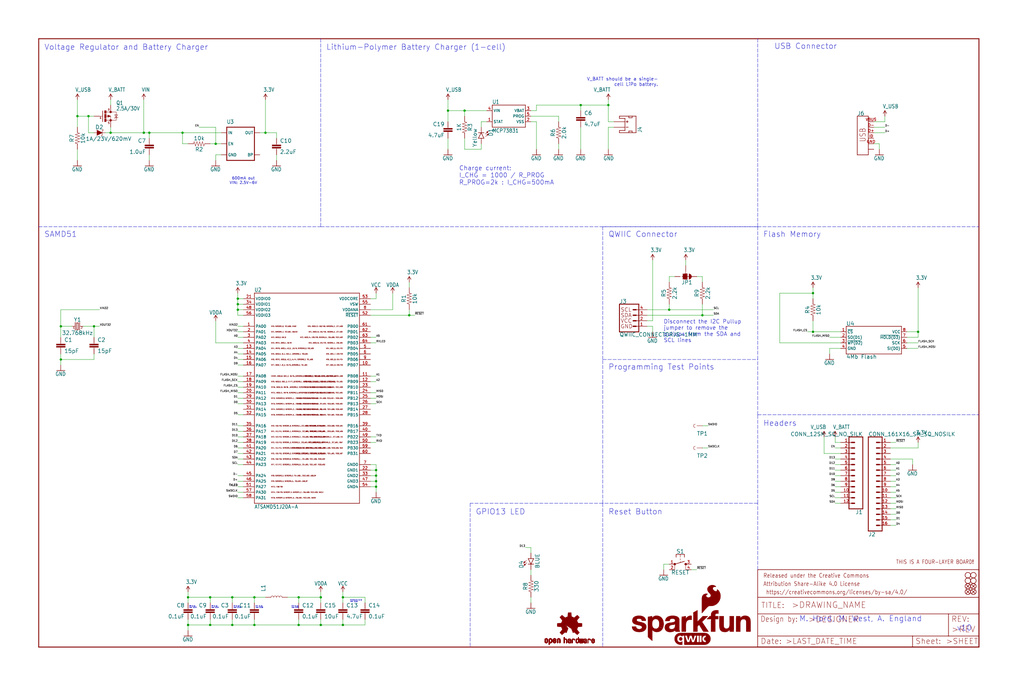
<source format=kicad_sch>
(kicad_sch (version 20211123) (generator eeschema)
  (paper "User" 470.306 317.906)
  (lib_symbols
    (symbol "eagleSchem-eagle-import:0.1UF-0402-16V-10%"
      (property "Reference" "C" (at 1.524 2.921 0))
      (property "Value" "0.1UF-0402-16V-10%" (at 1.524 -2.159 0))
      (symbol "0.1UF-0402-16V-10%_1_0"
        (pin passive line (at 0 5.08 270) (length 2.54) (name "1") (number "1"))
        (pin passive line (at 0 -2.54 90) (length 2.54) (name "2") (number "2"))
      )
    )
    (symbol "eagleSchem-eagle-import:1.0UF-0603-16V-10%-X7R"
      (property "Reference" "C" (at 1.524 2.921 0))
      (property "Value" "1.0UF-0603-16V-10%-X7R" (at 1.524 -2.159 0))
      (symbol "1.0UF-0603-16V-10%-X7R_1_0"
        (pin passive line (at 0 5.08 270) (length 2.54) (name "1") (number "1"))
        (pin passive line (at 0 -2.54 90) (length 2.54) (name "2") (number "2"))
      )
    )
    (symbol "eagleSchem-eagle-import:10KOHM-0603-1{slash}10W-1%"
      (property "Reference" "R" (at 0 1.524 0))
      (property "Value" "10KOHM-0603-1{slash}10W-1%" (at 0 -1.524 0))
      (symbol "10KOHM-0603-1{slash}10W-1%_1_0"
        (pin passive line (at -5.08 0 0) (length 2.54) (name "1") (number "1"))
        (pin passive line (at 5.08 0 180) (length 2.54) (name "2") (number "2"))
      )
    )
    (symbol "eagleSchem-eagle-import:10UF-0805-10V-10%"
      (property "Reference" "C" (at 1.524 2.921 0))
      (property "Value" "10UF-0805-10V-10%" (at 1.524 -2.159 0))
      (symbol "10UF-0805-10V-10%_1_0"
        (pin passive line (at 0 5.08 270) (length 2.54) (name "1") (number "1"))
        (pin passive line (at 0 -2.54 90) (length 2.54) (name "2") (number "2"))
      )
    )
    (symbol "eagleSchem-eagle-import:15PF-0402-50V-5%"
      (property "Reference" "C" (at 1.524 2.921 0))
      (property "Value" "15PF-0402-50V-5%" (at 1.524 -2.159 0))
      (symbol "15PF-0402-50V-5%_1_0"
        (pin passive line (at 0 5.08 270) (length 2.54) (name "1") (number "1"))
        (pin passive line (at 0 -2.54 90) (length 2.54) (name "2") (number "2"))
      )
    )
    (symbol "eagleSchem-eagle-import:1KOHM-1{slash}10W-1%(0603)"
      (property "Reference" "R" (at 0 1.524 0))
      (property "Value" "1KOHM-1{slash}10W-1%(0603)" (at 0 -1.524 0))
      (symbol "1KOHM-1{slash}10W-1%(0603)_1_0"
        (pin passive line (at -5.08 0 0) (length 2.54) (name "1") (number "1"))
        (pin passive line (at 5.08 0 180) (length 2.54) (name "2") (number "2"))
      )
    )
    (symbol "eagleSchem-eagle-import:2.0KOHM1{slash}10W5%(0603)"
      (property "Reference" "R" (at 0 1.524 0))
      (property "Value" "2.0KOHM1{slash}10W5%(0603)" (at 0 -1.524 0))
      (symbol "2.0KOHM1{slash}10W5%(0603)_1_0"
        (pin passive line (at -5.08 0 0) (length 2.54) (name "1") (number "1"))
        (pin passive line (at 5.08 0 180) (length 2.54) (name "2") (number "2"))
      )
    )
    (symbol "eagleSchem-eagle-import:2.2KOHM-0603-1{slash}10W-1%"
      (property "Reference" "R" (at 0 1.524 0))
      (property "Value" "2.2KOHM-0603-1{slash}10W-1%" (at 0 -1.524 0))
      (symbol "2.2KOHM-0603-1{slash}10W-1%_1_0"
        (pin passive line (at -5.08 0 0) (length 2.54) (name "1") (number "1"))
        (pin passive line (at 5.08 0 180) (length 2.54) (name "2") (number "2"))
      )
    )
    (symbol "eagleSchem-eagle-import:2.2UF-0603-10V-20%"
      (property "Reference" "C" (at 1.524 2.921 0))
      (property "Value" "2.2UF-0603-10V-20%" (at 1.524 -2.159 0))
      (symbol "2.2UF-0603-10V-20%_1_0"
        (pin passive line (at 0 5.08 270) (length 2.54) (name "1") (number "1"))
        (pin passive line (at 0 -2.54 90) (length 2.54) (name "2") (number "2"))
      )
    )
    (symbol "eagleSchem-eagle-import:3.3V" (power)
      (property "Value" "3.3V" (at -1.016 3.556 0))
      (symbol "3.3V_1_0"
        (pin power_in line (at 0 0 90) (length 2.54) (name "3.3V") (number "1"))
      )
    )
    (symbol "eagleSchem-eagle-import:330OHM1{slash}10W1%(0603)"
      (property "Reference" "R" (at 0 1.524 0))
      (property "Value" "330OHM1{slash}10W1%(0603)" (at 0 -1.524 0))
      (symbol "330OHM1{slash}10W1%(0603)_1_0"
        (pin passive line (at -5.08 0 0) (length 2.54) (name "1") (number "1"))
        (pin passive line (at 5.08 0 180) (length 2.54) (name "2") (number "2"))
      )
    )
    (symbol "eagleSchem-eagle-import:4.7UF-0603-6.3V-(10%)"
      (property "Reference" "C" (at 1.524 2.921 0))
      (property "Value" "4.7UF-0603-6.3V-(10%)" (at 1.524 -2.159 0))
      (symbol "4.7UF-0603-6.3V-(10%)_1_0"
        (pin passive line (at 0 5.08 270) (length 2.54) (name "1") (number "1"))
        (pin passive line (at 0 -2.54 90) (length 2.54) (name "2") (number "2"))
      )
    )
    (symbol "eagleSchem-eagle-import:AT25SF041"
      (property "Reference" "U" (at -10.16 7.874 0))
      (property "Value" "AT25SF041" (at -10.16 -5.334 0))
      (symbol "AT25SF041_1_0"
        (pin bidirectional line (at -12.7 5.08 0) (length 2.54) (name "~{CS}") (number "1"))
        (pin bidirectional line (at -12.7 2.54 0) (length 2.54) (name "SO(D1)") (number "2"))
        (pin bidirectional line (at -12.7 0 0) (length 2.54) (name "~{WP(D2})") (number "3"))
        (pin bidirectional line (at -12.7 -2.54 0) (length 2.54) (name "GND") (number "4"))
        (pin bidirectional line (at 17.78 -2.54 180) (length 2.54) (name "SI(D0)") (number "5"))
        (pin bidirectional line (at 17.78 0 180) (length 2.54) (name "SCK") (number "6"))
        (pin bidirectional line (at 17.78 2.54 180) (length 2.54) (name "~{HOLD(D3})") (number "7"))
        (pin bidirectional line (at 17.78 5.08 180) (length 2.54) (name "VCC") (number "8"))
      )
    )
    (symbol "eagleSchem-eagle-import:ATSAMD51J20A-A"
      (property "Reference" "U" (at -20.32 41.148 0))
      (property "Value" "ATSAMD51J20A-A" (at -20.32 -58.42 0))
      (symbol "ATSAMD51J20A-A_1_0"
        (text "EICNMI, ADC0_8, ADC1_2, X6/Y6,_SERCOM0_0, SERCOM2_1, TC0_WO0,_TCC0_WO0, TCC1_WO4" (at -12.7 2.54 0) (effects (font (size 0.508 0.4318)) (justify left)))
        (text "INT0, ADC0_12, X30/Y30, SERCOM5_2, _TC7_WO0" (at 20.32 25.4 0) (effects (font (size 0.508 0.4318)) (justify right)))
        (text "INT0, SERCOM1_0, TC2_WO0, XIN32" (at -12.7 25.4 0) (effects (font (size 0.508 0.4318)) (justify left)))
        (text "INT0, SERCOM5_0, TC6_WO0, _TCC3_WO0, TCC0_WO4" (at 20.32 -20.32 0) (effects (font (size 0.508 0.4318)) (justify right)))
        (text "INT0, X10/Y10, SERCOM1_0, SERCOM3_1,_TC2_WO0, TCC1_WO0, TCC0_WO4" (at -12.7 -20.32 0) (effects (font (size 0.508 0.4318)) (justify left)))
        (text "INT1, ADC0_13, X31/Y31, SECOM5_3, _TC7_WO1" (at 20.32 22.86 0) (effects (font (size 0.508 0.4318)) (justify right)))
        (text "INT1, SERCOM1_1, TC2_WO1, XOUT32" (at -12.7 22.86 0) (effects (font (size 0.508 0.4318)) (justify left)))
        (text "INT1, SERCOM5_1, TC6_WO1, _TCC3_WO1, TCC0_WO5" (at 20.32 -22.86 0) (effects (font (size 0.508 0.4318)) (justify right)))
        (text "INT1, X11/Y11, SERCOM1_1, SERCOM3_0, _TC2_WO1, TCC0_WO7, TCC1_WO3" (at -12.7 -22.86 0) (effects (font (size 0.508 0.4318)) (justify left)))
        (text "INT10, ADC0_10, X8/Y8, _SERCOM0_2, SERCOM2_2, TC1_WO0,_TCC0_WO2, TCC1_WO6" (at -12.7 -2.54 0) (effects (font (size 0.508 0.4318)) (justify left)))
        (text "INT10, SERCOM4_2, TC5_WO0, _TCC0_WO4, TCC1_WO0" (at 20.32 -2.54 0) (effects (font (size 0.508 0.4318)) (justify right)))
        (text "INT11, ADC0_11, X9/Y9, SERCOM0_3,_SERCOM2_3, TC1_WO1, TCC0_WO3, _TCC1_WO7" (at -12.7 -5.08 0) (effects (font (size 0.508 0.4318)) (justify left)))
        (text "INT11, SERCOM4_3, TC5_WO1, _TCC0_WO5, TCC1_WO1" (at 20.32 -5.08 0) (effects (font (size 0.508 0.4318)) (justify right)))
        (text "INT11, X18/Y18" (at -12.7 -48.26 0) (effects (font (size 0.508 0.4318)) (justify left)))
        (text "INT12, SERCOM2_0, SERCOM4_1, _TC2_WO0, TCC0_WO6, TCC1_WO2" (at -12.7 -7.62 0) (effects (font (size 0.508 0.4318)) (justify left)))
        (text "INT12, X27/Y26, SERCOM4_0, _TC4_WO0, TCC3_WO-, TCC0_WO0" (at 20.32 -7.62 0) (effects (font (size 0.508 0.4318)) (justify right)))
        (text "INT13, SERCOM2_1, SERCOM4_0, _TC2_WO1, TCC0_WO7, TCC1_WO3" (at -12.7 -10.16 0) (effects (font (size 0.508 0.4318)) (justify left)))
        (text "INT13, X27/Y27, SERCOM4_1, _TC4_WO1, TCC3_WO1, TCC0_WO1" (at 20.32 -10.16 0) (effects (font (size 0.508 0.4318)) (justify right)))
        (text "INT14, SERCOM2_2, SERCOM4_2, _TC3_WO0, TCC2_WO0, TCC1_WO2, XIN" (at -12.7 -12.7 0) (effects (font (size 0.508 0.4318)) (justify left)))
        (text "INT14, SERCOM7_0, SERCOM5_1, TC0_WO0, _TCC4_WO0, TCC0_WO6, SWO" (at 20.32 -30.48 0) (effects (font (size 0.508 0.4318)) (justify right)))
        (text "INT14, X19/Y19, SERCOM7_2, SERCOM1_2, _TC6_WO0, TCC2_WO0, SWCLK" (at -12.7 -50.8 0) (effects (font (size 0.508 0.4318)) (justify left)))
        (text "INT14, X28/Y28, SERCOM4_2, _TC5_WO0, TCC4_WO0, TCC0_WO2" (at 20.32 -12.7 0) (effects (font (size 0.508 0.4318)) (justify right)))
        (text "INT15, SERCOM2_3, SERCOM4_3, _TC3_WO1, TCC2_WO1, TCC1_WO3, XOUT" (at -12.7 -15.24 0) (effects (font (size 0.508 0.4318)) (justify left)))
        (text "INT15, SERCOM7_1, SERCOM5_0,_TC0_WO1, TCC4_WO1, TCC0_WO7" (at 20.32 -33.02 0) (effects (font (size 0.508 0.4318)) (justify right)))
        (text "INT15, SERCOM7_3, SERCOM1_3, _TC6_WO1, TCC2_WO1, SWDIO" (at -12.7 -53.34 0) (effects (font (size 0.508 0.4318)) (justify left)))
        (text "INT15, X29/Y29, SERCOM4_3, _TC5_WO1, TCC4_WO1, TCC0_WO3" (at 20.32 -15.24 0) (effects (font (size 0.508 0.4318)) (justify right)))
        (text "INT2, ADC0_0, DAC_0" (at -12.7 20.32 0) (effects (font (size 0.508 0.4318)) (justify left)))
        (text "INT2, ADC0_14, X20/Y20, SECOM5_0, _TC6_WO0, TCC2_WO2" (at 20.32 20.32 0) (effects (font (size 0.508 0.4318)) (justify right)))
        (text "INT2, X12/Y12, SERCOM1_2, SERCOM3_2, _TC3_WO0, TCC1_WO2, TCC0_WO6" (at -12.7 -25.4 0) (effects (font (size 0.508 0.4318)) (justify left)))
        (text "INT3, ADC0_15, X21/Y21, SECOM5_1, _TC6_WO1" (at 20.32 17.78 0) (effects (font (size 0.508 0.4318)) (justify right)))
        (text "INT3, VREFA, ADC0_1, X0/Y0" (at -12.7 17.78 0) (effects (font (size 0.508 0.4318)) (justify left)))
        (text "INT3, X13/Y13, SERCOM1_3, SECOM3_3, _TC3_WO1, TCC1_WO3, TCC0_WO7" (at -12.7 -27.94 0) (effects (font (size 0.508 0.4318)) (justify left)))
        (text "INT4, ADC1_6, X21/Y21" (at 20.32 15.24 0) (effects (font (size 0.508 0.4318)) (justify right)))
        (text "INT4, VREFB, ADC0_4, AC_0, _X3/Y3, SERCOM0_0, TC0_WO0" (at -12.7 15.24 0) (effects (font (size 0.508 0.4318)) (justify left)))
        (text "INT4, X14/Y14, SERCOM5_2, SERCOM3_2, _TC7_WO0, TCC1_WO4, TCC0_WO0" (at -12.7 -30.48 0) (effects (font (size 0.508 0.4318)) (justify left)))
        (text "INT5, ADC0_5, AC_1, DAC_1, _SERCOM0_1, TC0_WO1" (at -12.7 12.7 0) (effects (font (size 0.508 0.4318)) (justify left)))
        (text "INT5, ADC1_7, X23/Y23" (at 20.32 12.7 0) (effects (font (size 0.508 0.4318)) (justify right)))
        (text "INT5, X15/Y15, SERCOM5_3, SERCOM3_3, _TC7_WO1, TCC1_WO5, TCC0_WO1" (at -12.7 -33.02 0) (effects (font (size 0.508 0.4318)) (justify left)))
        (text "INT6, ADC1_8, X24/Y24" (at 20.32 10.16 0) (effects (font (size 0.508 0.4318)) (justify right)))
        (text "INT6, SERCOM1_2, SERCOM5_2, _TC7_WO0, XIN" (at 20.32 -25.4 0) (effects (font (size 0.508 0.4318)) (justify right)))
        (text "INT6, VREFC, ADC0_6, AC_2,_X4/Y4, SERCOM0_2, TC1_WO0" (at -12.7 10.16 0) (effects (font (size 0.508 0.4318)) (justify left)))
        (text "INT6, X16/Y16, SERCOM3_0, SERCOM5_1, _TC4_WO0, TCC1_WO6, TCC0_WO2" (at -12.7 -35.56 0) (effects (font (size 0.508 0.4318)) (justify left)))
        (text "INT7, ADC0_7, AC_3, X5/Y5,_SERCOM0_3, TC1_WO1" (at -12.7 7.62 0) (effects (font (size 0.508 0.4318)) (justify left)))
        (text "INT7, ADC1_9, X25/Y25" (at 20.32 7.62 0) (effects (font (size 0.508 0.4318)) (justify right)))
        (text "INT7, SERCOM1_3, SERCOM5_3, _TC7_WO1, XOUT" (at 20.32 -27.94 0) (effects (font (size 0.508 0.4318)) (justify right)))
        (text "INT7, X17/Y17, SERCOM3_1, SERCOM5_0, _TC4_WO1, TCC1_WO7, TCC0_WO3" (at -12.7 -38.1 0) (effects (font (size 0.508 0.4318)) (justify left)))
        (text "INT8, ADC0_2, ADC1_0, X1/Y1, _SERCOM4_0, TC4_WO0" (at 20.32 2.54 0) (effects (font (size 0.508 0.4318)) (justify right)))
        (text "INT8, SERCOM3_2, SERCOM5_2, TC4_WO0, _TCC2_WO2, USB_DM" (at -12.7 -43.18 0) (effects (font (size 0.508 0.4318)) (justify left)))
        (text "INT9, ADC0_3, ADC1_1, X2/Y2, _SERCOM4_1, TC4_WO1" (at 20.32 0 0) (effects (font (size 0.508 0.4318)) (justify right)))
        (text "INT9, ADC0_9, ADC1_3, X7/Y7,_SERCOM0_1, SERCOM2_0, TC0_WO1,_TCC0_WO1, TCC1_WO5" (at -12.7 0 0) (effects (font (size 0.508 0.4318)) (justify left)))
        (text "INT9, SERCOM3_3, SERCOM5_3,_ TC5_WO1, USB_DP" (at -12.7 -45.72 0) (effects (font (size 0.508 0.4318)) (justify left)))
        (pin bidirectional line (at -25.4 25.4 0) (length 5.08) (name "PA00") (number "1"))
        (pin bidirectional line (at 33.02 7.62 180) (length 5.08) (name "PB07") (number "10"))
        (pin bidirectional line (at 33.02 2.54 180) (length 5.08) (name "PB08") (number "11"))
        (pin bidirectional line (at 33.02 0 180) (length 5.08) (name "PB09") (number "12"))
        (pin bidirectional line (at -25.4 15.24 0) (length 5.08) (name "PA04") (number "13"))
        (pin bidirectional line (at -25.4 12.7 0) (length 5.08) (name "PA05") (number "14"))
        (pin bidirectional line (at -25.4 10.16 0) (length 5.08) (name "PA06") (number "15"))
        (pin bidirectional line (at -25.4 7.62 0) (length 5.08) (name "PA07") (number "16"))
        (pin bidirectional line (at -25.4 2.54 0) (length 5.08) (name "PA08") (number "17"))
        (pin bidirectional line (at -25.4 0 0) (length 5.08) (name "PA09") (number "18"))
        (pin bidirectional line (at -25.4 -2.54 0) (length 5.08) (name "PA10") (number "19"))
        (pin bidirectional line (at -25.4 22.86 0) (length 5.08) (name "PA01") (number "2"))
        (pin bidirectional line (at -25.4 -5.08 0) (length 5.08) (name "PA11") (number "20"))
        (pin bidirectional line (at -25.4 38.1 0) (length 5.08) (name "VDDIO0") (number "21"))
        (pin bidirectional line (at 33.02 -40.64 180) (length 5.08) (name "GND1") (number "22"))
        (pin bidirectional line (at 33.02 -2.54 180) (length 5.08) (name "PB10") (number "23"))
        (pin bidirectional line (at 33.02 -5.08 180) (length 5.08) (name "PB11") (number "24"))
        (pin bidirectional line (at 33.02 -7.62 180) (length 5.08) (name "PB12") (number "25"))
        (pin bidirectional line (at 33.02 -10.16 180) (length 5.08) (name "PB13") (number "26"))
        (pin bidirectional line (at 33.02 -12.7 180) (length 5.08) (name "PB14") (number "27"))
        (pin bidirectional line (at 33.02 -15.24 180) (length 5.08) (name "PB15") (number "28"))
        (pin bidirectional line (at -25.4 -7.62 0) (length 5.08) (name "PA12") (number "29"))
        (pin bidirectional line (at -25.4 20.32 0) (length 5.08) (name "PA02") (number "3"))
        (pin bidirectional line (at -25.4 -10.16 0) (length 5.08) (name "PA13") (number "30"))
        (pin bidirectional line (at -25.4 -12.7 0) (length 5.08) (name "PA14") (number "31"))
        (pin bidirectional line (at -25.4 -15.24 0) (length 5.08) (name "PA15") (number "32"))
        (pin bidirectional line (at 33.02 -43.18 180) (length 5.08) (name "GND2") (number "33"))
        (pin bidirectional line (at -25.4 35.56 0) (length 5.08) (name "VDDIO1") (number "34"))
        (pin bidirectional line (at -25.4 -20.32 0) (length 5.08) (name "PA16") (number "35"))
        (pin bidirectional line (at -25.4 -22.86 0) (length 5.08) (name "PA17") (number "36"))
        (pin bidirectional line (at -25.4 -25.4 0) (length 5.08) (name "PA18") (number "37"))
        (pin bidirectional line (at -25.4 -27.94 0) (length 5.08) (name "PA19") (number "38"))
        (pin bidirectional line (at 33.02 -20.32 180) (length 5.08) (name "PB16") (number "39"))
        (pin bidirectional line (at -25.4 17.78 0) (length 5.08) (name "PA03") (number "4"))
        (pin bidirectional line (at 33.02 -22.86 180) (length 5.08) (name "PB17") (number "40"))
        (pin bidirectional line (at -25.4 -30.48 0) (length 5.08) (name "PA20") (number "41"))
        (pin bidirectional line (at -25.4 -33.02 0) (length 5.08) (name "PA21") (number "42"))
        (pin bidirectional line (at -25.4 -35.56 0) (length 5.08) (name "PA22") (number "43"))
        (pin bidirectional line (at -25.4 -38.1 0) (length 5.08) (name "PA23") (number "44"))
        (pin bidirectional line (at -25.4 -43.18 0) (length 5.08) (name "PA24") (number "45"))
        (pin bidirectional line (at -25.4 -45.72 0) (length 5.08) (name "PA25") (number "46"))
        (pin bidirectional line (at 33.02 -45.72 180) (length 5.08) (name "GND3") (number "47"))
        (pin bidirectional line (at -25.4 33.02 0) (length 5.08) (name "VDDIO2") (number "48"))
        (pin bidirectional line (at 33.02 -25.4 180) (length 5.08) (name "PB22") (number "49"))
        (pin bidirectional line (at 33.02 15.24 180) (length 5.08) (name "PB04") (number "5"))
        (pin bidirectional line (at 33.02 -27.94 180) (length 5.08) (name "PB23") (number "50"))
        (pin bidirectional line (at -25.4 -48.26 0) (length 5.08) (name "PA27") (number "51"))
        (pin bidirectional line (at 33.02 30.48 180) (length 5.08) (name "~{RESET}") (number "52"))
        (pin bidirectional line (at 33.02 38.1 180) (length 5.08) (name "VDDCORE") (number "53"))
        (pin bidirectional line (at 33.02 -48.26 180) (length 5.08) (name "GND4") (number "54"))
        (pin bidirectional line (at 33.02 35.56 180) (length 5.08) (name "VSW") (number "55"))
        (pin bidirectional line (at -25.4 30.48 0) (length 5.08) (name "VDDIO3") (number "56"))
        (pin bidirectional line (at -25.4 -50.8 0) (length 5.08) (name "PA30") (number "57"))
        (pin bidirectional line (at -25.4 -53.34 0) (length 5.08) (name "PA31") (number "58"))
        (pin bidirectional line (at 33.02 -30.48 180) (length 5.08) (name "PB30") (number "59"))
        (pin bidirectional line (at 33.02 12.7 180) (length 5.08) (name "PB05") (number "6"))
        (pin bidirectional line (at 33.02 -33.02 180) (length 5.08) (name "PB31") (number "60"))
        (pin bidirectional line (at 33.02 25.4 180) (length 5.08) (name "PB00") (number "61"))
        (pin bidirectional line (at 33.02 22.86 180) (length 5.08) (name "PB01") (number "62"))
        (pin bidirectional line (at 33.02 20.32 180) (length 5.08) (name "PB02") (number "63"))
        (pin bidirectional line (at 33.02 17.78 180) (length 5.08) (name "PB03") (number "64"))
        (pin bidirectional line (at 33.02 -38.1 180) (length 5.08) (name "GND0") (number "7"))
        (pin bidirectional line (at 33.02 33.02 180) (length 5.08) (name "VDDANA") (number "8"))
        (pin bidirectional line (at 33.02 10.16 180) (length 5.08) (name "PB06") (number "9"))
      )
    )
    (symbol "eagleSchem-eagle-import:CONN_12SM_SQ_NO_SILK"
      (property "Reference" "J" (at 0 15.748 0))
      (property "Value" "CONN_12SM_SQ_NO_SILK" (at 0 -20.066 0))
      (symbol "CONN_12SM_SQ_NO_SILK_1_0"
        (pin passive line (at 10.16 -15.24 180) (length 5.08) (name "1") (number "1"))
        (pin passive line (at 10.16 7.62 180) (length 5.08) (name "10") (number "10"))
        (pin passive line (at 10.16 10.16 180) (length 5.08) (name "11") (number "11"))
        (pin passive line (at 10.16 12.7 180) (length 5.08) (name "12") (number "12"))
        (pin passive line (at 10.16 -12.7 180) (length 5.08) (name "2") (number "2"))
        (pin passive line (at 10.16 -10.16 180) (length 5.08) (name "3") (number "3"))
        (pin passive line (at 10.16 -7.62 180) (length 5.08) (name "4") (number "4"))
        (pin passive line (at 10.16 -5.08 180) (length 5.08) (name "5") (number "5"))
        (pin passive line (at 10.16 -2.54 180) (length 5.08) (name "6") (number "6"))
        (pin passive line (at 10.16 0 180) (length 5.08) (name "7") (number "7"))
        (pin passive line (at 10.16 2.54 180) (length 5.08) (name "8") (number "8"))
        (pin passive line (at 10.16 5.08 180) (length 5.08) (name "9") (number "9"))
      )
    )
    (symbol "eagleSchem-eagle-import:CONN_161X16_SM_SQ_NOSILK"
      (property "Reference" "J" (at 0 20.828 0))
      (property "Value" "CONN_161X16_SM_SQ_NOSILK" (at 0 -25.146 0))
      (symbol "CONN_161X16_SM_SQ_NOSILK_1_0"
        (pin passive line (at 10.16 -20.32 180) (length 5.08) (name "1") (number "1"))
        (pin passive line (at 10.16 2.54 180) (length 5.08) (name "10") (number "10"))
        (pin passive line (at 10.16 5.08 180) (length 5.08) (name "11") (number "11"))
        (pin passive line (at 10.16 7.62 180) (length 5.08) (name "12") (number "12"))
        (pin passive line (at 10.16 10.16 180) (length 5.08) (name "13") (number "13"))
        (pin passive line (at 10.16 12.7 180) (length 5.08) (name "14") (number "14"))
        (pin passive line (at 10.16 15.24 180) (length 5.08) (name "15") (number "15"))
        (pin passive line (at 10.16 17.78 180) (length 5.08) (name "16") (number "16"))
        (pin passive line (at 10.16 -17.78 180) (length 5.08) (name "2") (number "2"))
        (pin passive line (at 10.16 -15.24 180) (length 5.08) (name "3") (number "3"))
        (pin passive line (at 10.16 -12.7 180) (length 5.08) (name "4") (number "4"))
        (pin passive line (at 10.16 -10.16 180) (length 5.08) (name "5") (number "5"))
        (pin passive line (at 10.16 -7.62 180) (length 5.08) (name "6") (number "6"))
        (pin passive line (at 10.16 -5.08 180) (length 5.08) (name "7") (number "7"))
        (pin passive line (at 10.16 -2.54 180) (length 5.08) (name "8") (number "8"))
        (pin passive line (at 10.16 0 180) (length 5.08) (name "9") (number "9"))
      )
    )
    (symbol "eagleSchem-eagle-import:CRYSTAL-32.768KHZSMD-3.2X1.5"
      (property "Reference" "Y" (at 0 2.032 0))
      (property "Value" "CRYSTAL-32.768KHZSMD-3.2X1.5" (at 0 -2.032 0))
      (symbol "CRYSTAL-32.768KHZSMD-3.2X1.5_1_0"
        (text "1" (at -2.159 -1.143 0) (effects (font (size 0.8636 0.734)) (justify left bottom)))
        (text "2" (at 1.524 -1.143 0) (effects (font (size 0.8636 0.734)) (justify left bottom)))
        (pin passive line (at -2.54 0 0) (length 0) (name "1") (number "P$1"))
        (pin passive line (at 2.54 0 180) (length 0) (name "2") (number "P$2"))
      )
    )
    (symbol "eagleSchem-eagle-import:DIODE-SCHOTTKY-BAT20J"
      (property "Reference" "D" (at -2.54 2.032 0))
      (property "Value" "DIODE-SCHOTTKY-BAT20J" (at -2.54 -2.032 0))
      (symbol "DIODE-SCHOTTKY-BAT20J_1_0"
        (pin passive line (at -2.54 0 0) (length 0) (name "A") (number "A"))
        (pin passive line (at 2.54 0 180) (length 0) (name "C") (number "C"))
      )
    )
    (symbol "eagleSchem-eagle-import:FIDUCIALUFIDUCIAL")
    (symbol "eagleSchem-eagle-import:FOUR_LAYER_WARNING"
      (symbol "FOUR_LAYER_WARNING_1_0"
        (text "THIS IS A FOUR-LAYER BOARD!" (at 0 0 0) (effects (font (size 1.778 1.5113)) (justify left bottom)))
      )
    )
    (symbol "eagleSchem-eagle-import:FRAME-LEDGER"
      (symbol "FRAME-LEDGER_2_0"
        (text " https://creativecommons.org/licenses/by-sa/4.0/" (at 2.54 24.13 0) (effects (font (size 1.9304 1.6408)) (justify left bottom)))
        (text ">DESIGNER" (at 23.114 11.176 0) (effects (font (size 2.7432 2.7432)) (justify left bottom)))
        (text ">DRAWING_NAME" (at 15.494 17.78 0) (effects (font (size 2.7432 2.7432)) (justify left bottom)))
        (text ">LAST_DATE_TIME" (at 12.7 1.27 0) (effects (font (size 2.54 2.54)) (justify left bottom)))
        (text ">REV" (at 88.9 6.604 0) (effects (font (size 2.7432 2.7432)) (justify left bottom)))
        (text ">SHEET" (at 86.36 1.27 0) (effects (font (size 2.54 2.54)) (justify left bottom)))
        (text "Attribution Share-Alike 4.0 License" (at 2.54 27.94 0) (effects (font (size 1.9304 1.6408)) (justify left bottom)))
        (text "Date:" (at 1.27 1.27 0) (effects (font (size 2.54 2.54)) (justify left bottom)))
        (text "Design by:" (at 1.27 11.43 0) (effects (font (size 2.54 2.159)) (justify left bottom)))
        (text "Released under the Creative Commons" (at 2.54 31.75 0) (effects (font (size 1.9304 1.6408)) (justify left bottom)))
        (text "REV:" (at 88.9 11.43 0) (effects (font (size 2.54 2.54)) (justify left bottom)))
        (text "Sheet:" (at 72.39 1.27 0) (effects (font (size 2.54 2.54)) (justify left bottom)))
        (text "TITLE:" (at 1.524 17.78 0) (effects (font (size 2.54 2.54)) (justify left bottom)))
      )
    )
    (symbol "eagleSchem-eagle-import:GND" (power)
      (property "Value" "GND" (at -2.54 -2.54 0))
      (symbol "GND_1_0"
        (pin power_in line (at 0 2.54 270) (length 2.54) (name "GND") (number "1"))
      )
    )
    (symbol "eagleSchem-eagle-import:INDUCTORFB-30OHM"
      (property "Reference" "L" (at 1.27 2.54 0))
      (property "Value" "INDUCTORFB-30OHM" (at 1.27 -2.54 0))
      (symbol "INDUCTORFB-30OHM_1_0"
        (pin passive line (at 0 5.08 270) (length 2.54) (name "1") (number "1"))
        (pin passive line (at 0 -5.08 90) (length 2.54) (name "2") (number "2"))
      )
    )
    (symbol "eagleSchem-eagle-import:JST_2MM_MALE"
      (property "Reference" "J" (at -2.54 5.842 0))
      (symbol "JST_2MM_MALE_1_0"
        (pin bidirectional line (at 0 -5.08 90) (length 5.08) (name "-") (number "1"))
        (pin bidirectional line (at 2.54 -5.08 90) (length 5.08) (name "+") (number "2"))
        (pin bidirectional line (at -2.54 2.54 90) (length 0) (name "PAD1") (number "NC1"))
        (pin bidirectional line (at 5.08 2.54 90) (length 0) (name "PAD2") (number "NC2"))
      )
    )
    (symbol "eagleSchem-eagle-import:JUMPER-SMT_3_2-NC_TRACE_SILK"
      (property "Reference" "JP" (at 2.54 0.381 0))
      (property "Value" "JUMPER-SMT_3_2-NC_TRACE_SILK" (at 2.54 -0.381 0))
      (symbol "JUMPER-SMT_3_2-NC_TRACE_SILK_1_0"
        (pin passive line (at 0 5.08 270) (length 2.54) (name "1") (number "1"))
        (pin passive line (at -5.08 0 0) (length 2.54) (name "2") (number "2"))
        (pin passive line (at 0 -5.08 90) (length 2.54) (name "3") (number "3"))
      )
    )
    (symbol "eagleSchem-eagle-import:LED-BLUE0603"
      (property "Reference" "D" (at -3.429 -4.572 90))
      (property "Value" "LED-BLUE0603" (at 1.905 -4.572 90))
      (symbol "LED-BLUE0603_1_0"
        (pin passive line (at 0 2.54 270) (length 2.54) (name "A") (number "A"))
        (pin passive line (at 0 -5.08 90) (length 2.54) (name "C") (number "C"))
      )
    )
    (symbol "eagleSchem-eagle-import:LED-YELLOW0603"
      (property "Reference" "D" (at -3.429 -4.572 90))
      (property "Value" "LED-YELLOW0603" (at 1.905 -4.572 90))
      (symbol "LED-YELLOW0603_1_0"
        (pin passive line (at 0 2.54 270) (length 2.54) (name "A") (number "A"))
        (pin passive line (at 0 -5.08 90) (length 2.54) (name "C") (number "C"))
      )
    )
    (symbol "eagleSchem-eagle-import:MCP73831"
      (property "Reference" "U" (at -7.62 5.588 0))
      (property "Value" "MCP73831" (at -7.62 -7.62 0))
      (symbol "MCP73831_1_0"
        (pin output line (at -10.16 -2.54 0) (length 2.54) (name "STAT") (number "1"))
        (pin power_in line (at 10.16 -2.54 180) (length 2.54) (name "VSS") (number "2"))
        (pin power_in line (at 10.16 2.54 180) (length 2.54) (name "VBAT") (number "3"))
        (pin power_in line (at -10.16 2.54 0) (length 2.54) (name "VIN") (number "4"))
        (pin input line (at 10.16 0 180) (length 2.54) (name "PROG") (number "5"))
      )
    )
    (symbol "eagleSchem-eagle-import:MOMENTARY-SWITCH-SPST-2-SMD-4.6X2.8MM"
      (property "Reference" "S" (at 0 4.826 0))
      (property "Value" "MOMENTARY-SWITCH-SPST-2-SMD-4.6X2.8MM" (at 0 -2.794 0))
      (symbol "MOMENTARY-SWITCH-SPST-2-SMD-4.6X2.8MM_1_0"
        (pin passive line (at -5.08 0 0) (length 2.54) (name "1") (number "1"))
        (pin passive line (at -5.08 -2.54 0) (length 2.54) (name "2") (number "2"))
        (pin passive line (at 5.08 0 180) (length 2.54) (name "3") (number "3"))
        (pin passive line (at 5.08 -2.54 180) (length 2.54) (name "4") (number "4"))
      )
    )
    (symbol "eagleSchem-eagle-import:MOSFET-PCHANNELDMG2307L"
      (property "Reference" "Q" (at 5.08 2.54 0))
      (property "Value" "MOSFET-PCHANNELDMG2307L" (at 5.08 0 0))
      (symbol "MOSFET-PCHANNELDMG2307L_1_0"
        (text "D" (at -1.27 2.54 0) (effects (font (size 0.8128 0.6908)) (justify left bottom)))
        (text "G" (at -5.08 -1.27 0) (effects (font (size 0.8128 0.6908)) (justify left bottom)))
        (text "S" (at -1.27 -3.556 0) (effects (font (size 0.8128 0.6908)) (justify left bottom)))
        (pin passive line (at -7.62 0 0) (length 2.54) (name "G") (number "1"))
        (pin passive line (at 0 -5.08 90) (length 2.54) (name "S") (number "2"))
        (pin passive line (at 0 5.08 270) (length 2.54) (name "D") (number "3"))
      )
    )
    (symbol "eagleSchem-eagle-import:OSHW-LOGOMINI")
    (symbol "eagleSchem-eagle-import:QWIIC_CONNECTORJS-1MM"
      (property "Reference" "J" (at -5.08 7.874 0))
      (property "Value" "QWIIC_CONNECTORJS-1MM" (at -5.08 -5.334 0))
      (symbol "QWIIC_CONNECTORJS-1MM_1_0"
        (text "GND" (at -4.572 -2.54 0) (effects (font (size 1.778 1.778)) (justify left)))
        (text "SCL" (at -4.572 5.08 0) (effects (font (size 1.778 1.778)) (justify left)))
        (text "SDA" (at -4.572 2.54 0) (effects (font (size 1.778 1.778)) (justify left)))
        (text "VCC" (at -4.572 0 0) (effects (font (size 1.778 1.778)) (justify left)))
        (pin power_in line (at 7.62 -2.54 180) (length 5.08) (name "1") (number "1"))
        (pin power_in line (at 7.62 0 180) (length 5.08) (name "2") (number "2"))
        (pin passive line (at 7.62 2.54 180) (length 5.08) (name "3") (number "3"))
        (pin passive line (at 7.62 5.08 180) (length 5.08) (name "4") (number "4"))
      )
    )
    (symbol "eagleSchem-eagle-import:QWIIC_LOGO_5MM")
    (symbol "eagleSchem-eagle-import:SFE_LOGO_FLAME.1_INCH")
    (symbol "eagleSchem-eagle-import:SFE_LOGO_NAME_FLAME.1_INCH")
    (symbol "eagleSchem-eagle-import:STAND-OFF")
    (symbol "eagleSchem-eagle-import:TEST-POINTTP_15TH_THRU"
      (property "Reference" "TP" (at -2.54 2.54 0))
      (property "Value" "TEST-POINTTP_15TH_THRU" (at -2.54 -2.54 0))
      (symbol "TEST-POINTTP_15TH_THRU_1_0"
        (pin bidirectional line (at 0 0 180) (length 0) (name "1") (number "P$1"))
      )
    )
    (symbol "eagleSchem-eagle-import:USB_MICRO-B_HALF_PTH_MILL"
      (property "Reference" "J" (at -2.54 10.414 0))
      (property "Value" "USB_MICRO-B_HALF_PTH_MILL" (at -2.54 -9.906 0))
      (symbol "USB_MICRO-B_HALF_PTH_MILL_1_0"
        (text "USB" (at 0 1.524 900) (effects (font (size 2.54 2.159))))
        (pin bidirectional line (at 5.08 2.54 180) (length 2.54) (name "D+") (number "D+"))
        (pin bidirectional line (at 5.08 5.08 180) (length 2.54) (name "D-") (number "D-"))
        (pin power_in line (at 5.08 -2.54 180) (length 2.54) (name "GND") (number "GND"))
        (pin bidirectional line (at 5.08 0 180) (length 2.54) (name "ID") (number "ID"))
        (pin bidirectional line (at 5.08 -5.08 180) (length 2.54) (name "SHIELD") (number "SHIELD"))
        (pin bidirectional line (at 5.08 -5.08 180) (length 2.54) (name "SHIELD") (number "SHIELD10"))
        (pin bidirectional line (at 5.08 -5.08 180) (length 2.54) (name "SHIELD") (number "SHIELD2"))
        (pin bidirectional line (at 5.08 -5.08 180) (length 2.54) (name "SHIELD") (number "SHIELD3"))
        (pin bidirectional line (at 5.08 -5.08 180) (length 2.54) (name "SHIELD") (number "SHIELD4"))
        (pin bidirectional line (at 5.08 -5.08 180) (length 2.54) (name "SHIELD") (number "SHIELD5"))
        (pin bidirectional line (at 5.08 -5.08 180) (length 2.54) (name "SHIELD") (number "SHIELD6"))
        (pin bidirectional line (at 5.08 -5.08 180) (length 2.54) (name "SHIELD") (number "SHIELD7"))
        (pin bidirectional line (at 5.08 -5.08 180) (length 2.54) (name "SHIELD") (number "SHIELD8"))
        (pin bidirectional line (at 5.08 -5.08 180) (length 2.54) (name "SHIELD") (number "SHIELD9"))
        (pin power_in line (at 5.08 7.62 180) (length 2.54) (name "VBUS") (number "VBUS"))
      )
    )
    (symbol "eagleSchem-eagle-import:VCC" (power)
      (property "Value" "VCC" (at 0 2.794 0))
      (symbol "VCC_1_0"
        (pin power_in line (at 0 0 90) (length 2.54) (name "VCC") (number "1"))
      )
    )
    (symbol "eagleSchem-eagle-import:VDDA" (power)
      (property "Value" "VDDA" (at 0 2.794 0))
      (symbol "VDDA_1_0"
        (pin power_in line (at 0 0 90) (length 2.54) (name "VDDA") (number "1"))
      )
    )
    (symbol "eagleSchem-eagle-import:VIN" (power)
      (property "Value" "VIN" (at -1.016 3.556 0))
      (symbol "VIN_1_0"
        (pin power_in line (at 0 0 90) (length 2.54) (name "VIN") (number "1"))
      )
    )
    (symbol "eagleSchem-eagle-import:V_BATT" (power)
      (property "Value" "V_BATT" (at -1.016 3.556 0))
      (symbol "V_BATT_1_0"
        (pin power_in line (at 0 0 90) (length 2.54) (name "V_BATT") (number "1"))
      )
    )
    (symbol "eagleSchem-eagle-import:V_REG_LDOSMD"
      (property "Reference" "U" (at -7.62 9.144 0))
      (property "Value" "V_REG_LDOSMD" (at -7.62 -11.43 0))
      (symbol "V_REG_LDOSMD_1_0"
        (pin input line (at -10.16 5.08 0) (length 2.54) (name "IN") (number "1"))
        (pin input line (at -10.16 -5.08 0) (length 2.54) (name "GND") (number "2"))
        (pin input line (at -10.16 0 0) (length 2.54) (name "EN") (number "3"))
        (pin input line (at 7.62 -5.08 180) (length 2.54) (name "BP") (number "4"))
        (pin passive line (at 7.62 5.08 180) (length 2.54) (name "OUT") (number "5"))
      )
    )
    (symbol "eagleSchem-eagle-import:V_USB" (power)
      (property "Value" "V_USB" (at -1.016 3.556 0))
      (symbol "V_USB_1_0"
        (pin power_in line (at 0 0 90) (length 2.54) (name "V_USB") (number "1"))
      )
    )
  )
  (junction (at 172.72 220.98))
  (junction (at 213.36 50.8))
  (junction (at 109.22 137.16))
  (junction (at 106.68 287.02))
  (junction (at 157.48 274.32))
  (junction (at 66.04 60.96))
  (junction (at 116.84 287.02))
  (junction (at 106.68 274.32))
  (junction (at 172.72 223.52))
  (junction (at 187.96 144.78))
  (junction (at 96.52 287.02))
  (junction (at 279.4 48.26))
  (junction (at 147.32 287.02))
  (junction (at 86.36 274.32))
  (junction (at 121.92 60.96))
  (junction (at 307.34 142.24))
  (junction (at 157.48 287.02))
  (junction (at 27.94 149.86))
  (junction (at 99.06 66.04))
  (junction (at 35.56 53.34))
  (junction (at 50.8 60.96))
  (junction (at 373.38 134.62))
  (junction (at 322.58 144.78))
  (junction (at 266.7 48.26))
  (junction (at 205.74 50.8))
  (junction (at 96.52 274.32))
  (junction (at 109.22 139.7))
  (junction (at 86.36 287.02))
  (junction (at 373.38 152.4))
  (junction (at 83.82 60.96))
  (junction (at 43.18 149.86))
  (junction (at 147.32 274.32))
  (junction (at 137.16 287.02))
  (junction (at 172.72 218.44))
  (junction (at 172.72 215.9))
  (junction (at 40.64 53.34))
  (junction (at 116.84 274.32))
  (junction (at 109.22 142.24))
  (junction (at 421.64 152.4))
  (junction (at 137.16 274.32))
  (junction (at 68.58 60.96))
  (junction (at 27.94 165.1))
  (wire (pts (xy 205.74 68.58) (xy 205.74 63.5)))
  (wire (pts (xy 111.76 180.34) (xy 109.22 180.34)))
  (wire (pts (xy 86.36 287.02) (xy 86.36 284.48)))
  (wire (pts (xy 408.94 228.6) (xy 411.48 228.6)))
  (wire (pts (xy 408.94 210.82) (xy 419.1 210.82)))
  (wire (pts (xy 243.84 261.62) (xy 243.84 264.16)))
  (wire (pts (xy 373.38 152.4) (xy 370.84 152.4)))
  (wire (pts (xy 220.98 55.88) (xy 223.52 55.88)))
  (wire (pts (xy 246.38 50.8) (xy 246.38 48.26)))
  (wire (pts (xy 307.34 129.54) (xy 307.34 127)))
  (wire (pts (xy 111.76 190.5) (xy 109.22 190.5)))
  (wire (pts (xy 111.76 213.36) (xy 109.22 213.36)))
  (wire (pts (xy 35.56 58.42) (xy 35.56 53.34)))
  (wire (pts (xy 40.64 53.34) (xy 35.56 53.34)))
  (wire (pts (xy 170.18 180.34) (xy 172.72 180.34)))
  (wire (pts (xy 243.84 254) (xy 243.84 251.46)))
  (wire (pts (xy 406.4 60.96) (xy 401.32 60.96)))
  (wire (pts (xy 27.94 154.94) (xy 27.94 149.86)))
  (wire (pts (xy 358.14 134.62) (xy 373.38 134.62)))
  (wire (pts (xy 213.36 50.8) (xy 205.74 50.8)))
  (wire (pts (xy 147.32 271.78) (xy 147.32 274.32)))
  (wire (pts (xy 111.76 195.58) (xy 109.22 195.58)))
  (wire (pts (xy 101.6 60.96) (xy 83.82 60.96)))
  (wire (pts (xy 43.18 53.34) (xy 40.64 53.34)))
  (wire (pts (xy 99.06 58.42) (xy 99.06 66.04)))
  (wire (pts (xy 279.4 55.88) (xy 279.4 48.26)))
  (wire (pts (xy 27.94 162.56) (xy 27.94 165.1)))
  (wire (pts (xy 408.94 236.22) (xy 411.48 236.22)))
  (wire (pts (xy 106.68 287.02) (xy 106.68 284.48)))
  (wire (pts (xy 50.8 45.72) (xy 50.8 48.26)))
  (wire (pts (xy 378.46 200.66) (xy 378.46 208.28)))
  (wire (pts (xy 386.08 223.52) (xy 383.54 223.52)))
  (wire (pts (xy 297.18 149.86) (xy 299.72 149.86)))
  (wire (pts (xy 170.18 172.72) (xy 172.72 172.72)))
  (wire (pts (xy 297.18 142.24) (xy 307.34 142.24)))
  (wire (pts (xy 406.4 55.88) (xy 406.4 53.34)))
  (wire (pts (xy 170.18 203.2) (xy 172.72 203.2)))
  (wire (pts (xy 111.76 142.24) (xy 109.22 142.24)))
  (wire (pts (xy 66.04 60.96) (xy 66.04 45.72)))
  (wire (pts (xy 246.38 55.88) (xy 246.38 68.58)))
  (wire (pts (xy 408.94 233.68) (xy 411.48 233.68)))
  (wire (pts (xy 111.76 137.16) (xy 109.22 137.16)))
  (polyline (pts (xy 347.98 190.5) (xy 449.58 190.5)))
  (polyline (pts (xy 147.32 104.14) (xy 276.86 104.14)))
  (wire (pts (xy 243.84 251.46) (xy 241.3 251.46)))
  (polyline (pts (xy 347.98 190.5) (xy 347.98 165.1)))
  (wire (pts (xy 111.76 200.66) (xy 109.22 200.66)))
  (polyline (pts (xy 17.78 104.14) (xy 147.32 104.14)))
  (wire (pts (xy 27.94 165.1) (xy 27.94 167.64)))
  (wire (pts (xy 386.08 215.9) (xy 383.54 215.9)))
  (wire (pts (xy 48.26 60.96) (xy 50.8 60.96)))
  (wire (pts (xy 111.76 152.4) (xy 109.22 152.4)))
  (wire (pts (xy 170.18 185.42) (xy 172.72 185.42)))
  (wire (pts (xy 266.7 48.26) (xy 246.38 48.26)))
  (wire (pts (xy 68.58 60.96) (xy 68.58 63.5)))
  (wire (pts (xy 256.54 66.04) (xy 256.54 68.58)))
  (wire (pts (xy 307.34 139.7) (xy 307.34 142.24)))
  (wire (pts (xy 170.18 218.44) (xy 172.72 218.44)))
  (wire (pts (xy 220.98 68.58) (xy 213.36 68.58)))
  (polyline (pts (xy 276.86 165.1) (xy 347.98 165.1)))
  (wire (pts (xy 408.94 205.74) (xy 421.64 205.74)))
  (wire (pts (xy 116.84 274.32) (xy 121.92 274.32)))
  (wire (pts (xy 170.18 200.66) (xy 172.72 200.66)))
  (wire (pts (xy 147.32 276.86) (xy 147.32 274.32)))
  (wire (pts (xy 157.48 274.32) (xy 157.48 276.86)))
  (wire (pts (xy 266.7 50.8) (xy 266.7 48.26)))
  (wire (pts (xy 27.94 142.24) (xy 45.72 142.24)))
  (wire (pts (xy 373.38 134.62) (xy 373.38 132.08)))
  (wire (pts (xy 299.72 147.32) (xy 299.72 119.38)))
  (wire (pts (xy 147.32 274.32) (xy 137.16 274.32)))
  (wire (pts (xy 383.54 203.2) (xy 383.54 200.66)))
  (wire (pts (xy 109.22 142.24) (xy 109.22 139.7)))
  (wire (pts (xy 121.92 60.96) (xy 127 60.96)))
  (wire (pts (xy 96.52 287.02) (xy 96.52 284.48)))
  (wire (pts (xy 386.08 203.2) (xy 383.54 203.2)))
  (wire (pts (xy 50.8 58.42) (xy 50.8 60.96)))
  (wire (pts (xy 243.84 55.88) (xy 246.38 55.88)))
  (polyline (pts (xy 147.32 17.78) (xy 147.32 104.14)))
  (wire (pts (xy 86.36 271.78) (xy 86.36 274.32)))
  (wire (pts (xy 111.76 226.06) (xy 109.22 226.06)))
  (wire (pts (xy 172.72 218.44) (xy 172.72 215.9)))
  (wire (pts (xy 170.18 157.48) (xy 172.72 157.48)))
  (wire (pts (xy 119.38 60.96) (xy 121.92 60.96)))
  (wire (pts (xy 111.76 175.26) (xy 109.22 175.26)))
  (wire (pts (xy 132.08 274.32) (xy 137.16 274.32)))
  (wire (pts (xy 408.94 231.14) (xy 411.48 231.14)))
  (wire (pts (xy 307.34 127) (xy 309.88 127)))
  (polyline (pts (xy 347.98 104.14) (xy 276.86 104.14)))
  (wire (pts (xy 111.76 208.28) (xy 109.22 208.28)))
  (wire (pts (xy 111.76 218.44) (xy 109.22 218.44)))
  (wire (pts (xy 137.16 287.02) (xy 147.32 287.02)))
  (wire (pts (xy 408.94 223.52) (xy 411.48 223.52)))
  (wire (pts (xy 322.58 205.74) (xy 325.12 205.74)))
  (wire (pts (xy 322.58 144.78) (xy 327.66 144.78)))
  (wire (pts (xy 378.46 208.28) (xy 386.08 208.28)))
  (wire (pts (xy 43.18 149.86) (xy 45.72 149.86)))
  (wire (pts (xy 86.36 274.32) (xy 96.52 274.32)))
  (wire (pts (xy 101.6 71.12) (xy 99.06 71.12)))
  (wire (pts (xy 408.94 241.3) (xy 411.48 241.3)))
  (wire (pts (xy 157.48 287.02) (xy 167.64 287.02)))
  (wire (pts (xy 408.94 215.9) (xy 411.48 215.9)))
  (polyline (pts (xy 347.98 231.14) (xy 276.86 231.14)))
  (wire (pts (xy 111.76 182.88) (xy 109.22 182.88)))
  (wire (pts (xy 109.22 139.7) (xy 109.22 137.16)))
  (wire (pts (xy 322.58 195.58) (xy 325.12 195.58)))
  (wire (pts (xy 111.76 144.78) (xy 109.22 144.78)))
  (wire (pts (xy 96.52 274.32) (xy 96.52 276.86)))
  (wire (pts (xy 50.8 60.96) (xy 66.04 60.96)))
  (wire (pts (xy 91.44 58.42) (xy 99.06 58.42)))
  (polyline (pts (xy 347.98 231.14) (xy 347.98 190.5)))
  (wire (pts (xy 170.18 182.88) (xy 172.72 182.88)))
  (wire (pts (xy 421.64 205.74) (xy 421.64 203.2)))
  (wire (pts (xy 170.18 220.98) (xy 172.72 220.98)))
  (wire (pts (xy 111.76 154.94) (xy 109.22 154.94)))
  (wire (pts (xy 416.56 157.48) (xy 421.64 157.48)))
  (wire (pts (xy 180.34 142.24) (xy 180.34 134.62)))
  (wire (pts (xy 86.36 66.04) (xy 83.82 66.04)))
  (wire (pts (xy 297.18 147.32) (xy 299.72 147.32)))
  (wire (pts (xy 170.18 142.24) (xy 180.34 142.24)))
  (wire (pts (xy 297.18 144.78) (xy 322.58 144.78)))
  (wire (pts (xy 157.48 271.78) (xy 157.48 274.32)))
  (wire (pts (xy 106.68 274.32) (xy 116.84 274.32)))
  (wire (pts (xy 421.64 152.4) (xy 416.56 152.4)))
  (wire (pts (xy 403.86 66.04) (xy 401.32 66.04)))
  (wire (pts (xy 27.94 149.86) (xy 33.02 149.86)))
  (wire (pts (xy 86.36 274.32) (xy 86.36 276.86)))
  (wire (pts (xy 101.6 66.04) (xy 99.06 66.04)))
  (wire (pts (xy 40.64 53.34) (xy 40.64 60.96)))
  (wire (pts (xy 96.52 287.02) (xy 106.68 287.02)))
  (wire (pts (xy 66.04 60.96) (xy 68.58 60.96)))
  (wire (pts (xy 358.14 157.48) (xy 358.14 134.62)))
  (wire (pts (xy 170.18 175.26) (xy 172.72 175.26)))
  (wire (pts (xy 35.56 45.72) (xy 35.56 53.34)))
  (wire (pts (xy 187.96 129.54) (xy 187.96 132.08)))
  (wire (pts (xy 386.08 157.48) (xy 358.14 157.48)))
  (wire (pts (xy 137.16 274.32) (xy 137.16 276.86)))
  (wire (pts (xy 322.58 139.7) (xy 322.58 144.78)))
  (wire (pts (xy 27.94 165.1) (xy 43.18 165.1)))
  (wire (pts (xy 99.06 71.12) (xy 99.06 73.66)))
  (wire (pts (xy 170.18 213.36) (xy 172.72 213.36)))
  (wire (pts (xy 256.54 55.88) (xy 256.54 53.34)))
  (wire (pts (xy 83.82 66.04) (xy 83.82 60.96)))
  (wire (pts (xy 116.84 287.02) (xy 137.16 287.02)))
  (wire (pts (xy 320.04 127) (xy 322.58 127)))
  (wire (pts (xy 266.7 68.58) (xy 266.7 58.42)))
  (wire (pts (xy 109.22 137.16) (xy 109.22 134.62)))
  (wire (pts (xy 106.68 287.02) (xy 116.84 287.02)))
  (wire (pts (xy 416.56 154.94) (xy 421.64 154.94)))
  (wire (pts (xy 167.64 274.32) (xy 167.64 276.86)))
  (wire (pts (xy 172.72 220.98) (xy 172.72 223.52)))
  (wire (pts (xy 386.08 228.6) (xy 383.54 228.6)))
  (wire (pts (xy 111.76 210.82) (xy 109.22 210.82)))
  (wire (pts (xy 386.08 218.44) (xy 383.54 218.44)))
  (polyline (pts (xy 276.86 231.14) (xy 276.86 297.18)))
  (wire (pts (xy 408.94 226.06) (xy 411.48 226.06)))
  (wire (pts (xy 127 60.96) (xy 127 63.5)))
  (polyline (pts (xy 347.98 17.78) (xy 347.98 104.14)))
  (wire (pts (xy 172.72 137.16) (xy 170.18 137.16)))
  (wire (pts (xy 172.72 134.62) (xy 172.72 137.16)))
  (wire (pts (xy 111.76 165.1) (xy 109.22 165.1)))
  (wire (pts (xy 304.8 259.08) (xy 304.8 261.62)))
  (wire (pts (xy 220.98 55.88) (xy 220.98 58.42)))
  (wire (pts (xy 43.18 149.86) (xy 38.1 149.86)))
  (wire (pts (xy 111.76 172.72) (xy 109.22 172.72)))
  (wire (pts (xy 386.08 213.36) (xy 383.54 213.36)))
  (wire (pts (xy 421.64 154.94) (xy 421.64 152.4)))
  (wire (pts (xy 381 160.02) (xy 386.08 160.02)))
  (wire (pts (xy 406.4 58.42) (xy 401.32 58.42)))
  (wire (pts (xy 213.36 53.34) (xy 213.36 50.8)))
  (polyline (pts (xy 276.86 231.14) (xy 276.86 165.1)))
  (wire (pts (xy 246.38 50.8) (xy 243.84 50.8)))
  (wire (pts (xy 299.72 149.86) (xy 299.72 152.4)))
  (wire (pts (xy 408.94 203.2) (xy 411.48 203.2)))
  (wire (pts (xy 167.64 287.02) (xy 167.64 284.48)))
  (wire (pts (xy 111.76 198.12) (xy 109.22 198.12)))
  (wire (pts (xy 386.08 154.94) (xy 381 154.94)))
  (wire (pts (xy 111.76 203.2) (xy 109.22 203.2)))
  (wire (pts (xy 381 162.56) (xy 381 160.02)))
  (wire (pts (xy 403.86 66.04) (xy 403.86 68.58)))
  (wire (pts (xy 99.06 157.48) (xy 99.06 147.32)))
  (wire (pts (xy 172.72 223.52) (xy 172.72 226.06)))
  (wire (pts (xy 373.38 152.4) (xy 373.38 147.32)))
  (wire (pts (xy 35.56 73.66) (xy 35.56 68.58)))
  (polyline (pts (xy 347.98 104.14) (xy 449.58 104.14)))
  (wire (pts (xy 408.94 218.44) (xy 411.48 218.44)))
  (wire (pts (xy 281.94 58.42) (xy 279.4 58.42)))
  (wire (pts (xy 243.84 53.34) (xy 256.54 53.34)))
  (wire (pts (xy 111.76 149.86) (xy 109.22 149.86)))
  (wire (pts (xy 111.76 167.64) (xy 109.22 167.64)))
  (wire (pts (xy 127 73.66) (xy 127 71.12)))
  (wire (pts (xy 317.5 261.62) (xy 320.04 261.62)))
  (wire (pts (xy 111.76 220.98) (xy 109.22 220.98)))
  (wire (pts (xy 111.76 205.74) (xy 109.22 205.74)))
  (wire (pts (xy 116.84 287.02) (xy 116.84 284.48)))
  (wire (pts (xy 279.4 48.26) (xy 279.4 45.72)))
  (polyline (pts (xy 276.86 231.14) (xy 215.9 231.14)))
  (wire (pts (xy 147.32 284.48) (xy 147.32 287.02)))
  (wire (pts (xy 421.64 132.08) (xy 421.64 152.4)))
  (wire (pts (xy 116.84 274.32) (xy 116.84 276.86)))
  (polyline (pts (xy 276.86 165.1) (xy 276.86 104.14)))
  (wire (pts (xy 408.94 220.98) (xy 411.48 220.98)))
  (wire (pts (xy 43.18 154.94) (xy 43.18 149.86)))
  (wire (pts (xy 96.52 274.32) (xy 106.68 274.32)))
  (wire (pts (xy 408.94 213.36) (xy 411.48 213.36)))
  (wire (pts (xy 170.18 144.78) (xy 187.96 144.78)))
  (wire (pts (xy 111.76 160.02) (xy 109.22 160.02)))
  (wire (pts (xy 220.98 66.04) (xy 220.98 68.58)))
  (wire (pts (xy 86.36 287.02) (xy 96.52 287.02)))
  (wire (pts (xy 147.32 287.02) (xy 157.48 287.02)))
  (wire (pts (xy 279.4 48.26) (xy 266.7 48.26)))
  (wire (pts (xy 27.94 149.86) (xy 27.94 142.24)))
  (wire (pts (xy 172.72 223.52) (xy 170.18 223.52)))
  (wire (pts (xy 43.18 165.1) (xy 43.18 162.56)))
  (wire (pts (xy 109.22 144.78) (xy 109.22 142.24)))
  (wire (pts (xy 111.76 185.42) (xy 109.22 185.42)))
  (wire (pts (xy 172.72 220.98) (xy 172.72 218.44)))
  (wire (pts (xy 386.08 220.98) (xy 383.54 220.98)))
  (wire (pts (xy 68.58 71.12) (xy 68.58 73.66)))
  (wire (pts (xy 121.92 60.96) (xy 121.92 45.72)))
  (wire (pts (xy 187.96 144.78) (xy 190.5 144.78)))
  (wire (pts (xy 279.4 58.42) (xy 279.4 68.58)))
  (wire (pts (xy 111.76 162.56) (xy 109.22 162.56)))
  (wire (pts (xy 386.08 226.06) (xy 383.54 226.06)))
  (wire (pts (xy 111.76 223.52) (xy 109.22 223.52)))
  (wire (pts (xy 157.48 274.32) (xy 167.64 274.32)))
  (wire (pts (xy 373.38 137.16) (xy 373.38 134.62)))
  (wire (pts (xy 187.96 144.78) (xy 187.96 142.24)))
  (wire (pts (xy 314.96 121.92) (xy 314.96 119.38)))
  (polyline (pts (xy 276.86 104.14) (xy 347.98 104.14)))
  (wire (pts (xy 386.08 205.74) (xy 383.54 205.74)))
  (wire (pts (xy 205.74 50.8) (xy 205.74 45.72)))
  (wire (pts (xy 386.08 210.82) (xy 383.54 210.82)))
  (polyline (pts (xy 215.9 231.14) (xy 215.9 297.18)))
  (wire (pts (xy 408.94 238.76) (xy 411.48 238.76)))
  (wire (pts (xy 386.08 231.14) (xy 383.54 231.14)))
  (wire (pts (xy 111.76 228.6) (xy 109.22 228.6)))
  (wire (pts (xy 99.06 66.04) (xy 96.52 66.04)))
  (wire (pts (xy 419.1 210.82) (xy 419.1 213.36)))
  (wire (pts (xy 170.18 215.9) (xy 172.72 215.9)))
  (wire (pts (xy 172.72 213.36) (xy 172.72 215.9)))
  (wire (pts (xy 281.94 55.88) (xy 279.4 55.88)))
  (wire (pts (xy 106.68 274.32) (xy 106.68 276.86)))
  (wire (pts (xy 157.48 287.02) (xy 157.48 284.48)))
  (wire (pts (xy 137.16 287.02) (xy 137.16 284.48)))
  (polyline (pts (xy 347.98 261.62) (xy 347.98 231.14)))
  (wire (pts (xy 40.64 60.96) (xy 43.18 60.96)))
  (wire (pts (xy 416.56 160.02) (xy 421.64 160.02)))
  (wire (pts (xy 307.34 142.24) (xy 327.66 142.24)))
  (wire (pts (xy 170.18 154.94) (xy 172.72 154.94)))
  (wire (pts (xy 386.08 152.4) (xy 373.38 152.4)))
  (wire (pts (xy 223.52 50.8) (xy 213.36 50.8)))
  (wire (pts (xy 205.74 50.8) (xy 205.74 55.88)))
  (wire (pts (xy 86.36 289.56) (xy 86.36 287.02)))
  (wire (pts (xy 111.76 177.8) (xy 109.22 177.8)))
  (wire (pts (xy 83.82 60.96) (xy 68.58 60.96)))
  (wire (pts (xy 213.36 68.58) (xy 213.36 63.5)))
  (wire (pts (xy 401.32 55.88) (xy 406.4 55.88)))
  (wire (pts (xy 111.76 157.48) (xy 99.06 157.48)))
  (wire (pts (xy 304.8 259.08) (xy 307.34 259.08)))
  (wire (pts (xy 322.58 127) (xy 322.58 129.54)))
  (polyline (pts (xy 347.98 165.1) (xy 347.98 104.14)))
  (wire (pts (xy 243.84 274.32) (xy 243.84 276.86)))
  (wire (pts (xy 111.76 139.7) (xy 109.22 139.7)))
  (text "C13 & C14 to be\nnear U2.53" (at 160.782 276.606 180) (effects (font (size 0.4064 0.4064)) (justify left bottom)))
  (text "Programming Test Points" (at 279.4 170.18 180) (effects (font (size 2.54 2.54)) (justify left bottom)))
  (text "USB Connector" (at 355.6 22.86 180) (effects (font (size 2.54 2.54)) (justify left bottom)))
  (text "C8 to be\nnear U2.21" (at 86.868 279.4 180) (effects (font (size 0.4064 0.4064)) (justify left bottom)))
  (text "Lithium-Polymer Battery Charger (1-cell)" (at 149.86 20.32 180) (effects (font (size 2.54 2.54)) (justify left top)))
  (text "SAMD51" (at 20.32 109.22 180) (effects (font (size 2.54 2.54)) (justify left bottom)))
  (text "QWIIC Connector" (at 279.4 109.22 180) (effects (font (size 2.54 2.54)) (justify left bottom)))
  (text "GPIO13 LED" (at 218.44 233.68 180) (effects (font (size 2.54 2.54)) (justify left top)))
  (text "Charge current:\nI_CHG = 1000 / R_PROG\nR_PROG=2k : I_CHG=500mA" (at 210.82 76.2 0) (effects (font (size 2.032 2.032)) (justify left top)))
  (text "Headers" (at 350.52 193.04 180) (effects (font (size 2.54 2.54)) (justify left top)))
  (text "Disconnect the I2C Pullup\njumper to remove the\npullups from the SDA and\nSCL lines" (at 304.8 157.48 0) (effects (font (size 1.778 1.778)) (justify left bottom)))
  (text "Reset Button" (at 279.4 233.68 180) (effects (font (size 2.54 2.54)) (justify left top)))
  (text "600mA out\nVIN: 2.5V-6V" (at 111.76 81.28 180) (effects (font (size 1.27 1.27)) (justify top)))
  (text "C12 to be\nnear U2.8" (at 133.858 279.4 180) (effects (font (size 0.4064 0.4064)) (justify left bottom)))
  (text "C9 to be\nnear U2.34" (at 97.028 279.4 180) (effects (font (size 0.4064 0.4064)) (justify left bottom)))
  (text "V_BATT should be a single-\ncell LiPo battery." (at 302.26 35.56 180) (effects (font (size 1.524 1.524)) (justify right top)))
  (text "Voltage Regulator and Battery Charger" (at 20.32 20.32 180) (effects (font (size 2.54 2.54)) (justify left top)))
  (text "M. Hord, M. West, A. England" (at 367.03 285.75 180) (effects (font (size 2.54 2.54)) (justify left bottom)))
  (text "C11 to be\nnear U2.56" (at 117.348 279.4 180) (effects (font (size 0.4064 0.4064)) (justify left bottom)))
  (text "v10" (at 439.42 287.02 180) (effects (font (size 2.54 2.54)) (justify left top)))
  (text "Flash Memory" (at 350.52 109.22 180) (effects (font (size 2.54 2.54)) (justify left bottom)))
  (text "C3 to be\nnear U2.48" (at 107.188 279.4 180) (effects (font (size 0.4064 0.4064)) (justify left bottom)))
  (label "D-" (at 406.4 58.42 0) (effects (font (size 0.889 0.889))))
  (label "D10" (at 109.22 200.66 180) (effects (font (size 0.889 0.889))))
  (label "D5" (at 109.22 190.5 180) (effects (font (size 0.889 0.889))))
  (label "A1" (at 411.48 215.9 0) (effects (font (size 0.889 0.889))))
  (label "XOUT32" (at 45.72 149.86 0) (effects (font (size 0.889 0.889))))
  (label "RXLED" (at 172.72 157.48 0) (effects (font (size 0.889 0.889))))
  (label "D5" (at 383.54 226.06 180) (effects (font (size 0.889 0.889))))
  (label "SCL" (at 327.66 142.24 0) (effects (font (size 0.889 0.889))))
  (label "SDA" (at 109.22 210.82 180) (effects (font (size 0.889 0.889))))
  (label "~{RESET}" (at 320.04 261.62 0) (effects (font (size 0.889 0.889))))
  (label "D6" (at 109.22 205.74 180) (effects (font (size 0.889 0.889))))
  (label "MISO" (at 172.72 180.34 0) (effects (font (size 0.889 0.889))))
  (label "A5" (at 411.48 226.06 0) (effects (font (size 0.889 0.889))))
  (label "SCK" (at 172.72 185.42 0) (effects (font (size 0.889 0.889))))
  (label "D9" (at 109.22 167.64 180) (effects (font (size 0.889 0.889))))
  (label "A4" (at 109.22 162.56 180) (effects (font (size 0.889 0.889))))
  (label "SWDCLK" (at 109.22 226.06 180) (effects (font (size 0.889 0.889))))
  (label "A3" (at 109.22 160.02 180) (effects (font (size 0.889 0.889))))
  (label "A1" (at 172.72 172.72 0) (effects (font (size 0.889 0.889))))
  (label "D12" (at 109.22 203.2 180) (effects (font (size 0.889 0.889))))
  (label "FLASH_MISO" (at 381 154.94 180) (effects (font (size 0.889 0.889))))
  (label "EN" (at 383.54 205.74 180) (effects (font (size 0.889 0.889))))
  (label "A2" (at 411.48 218.44 0) (effects (font (size 0.889 0.889))))
  (label "FLASH_MOSI" (at 421.64 160.02 0) (effects (font (size 0.889 0.889))))
  (label "D-" (at 109.22 218.44 180) (effects (font (size 0.889 0.889))))
  (label "D10" (at 383.54 218.44 180) (effects (font (size 0.889 0.889))))
  (label "TXLED" (at 109.22 223.52 180) (effects (font (size 0.889 0.889))))
  (label "SWDIO" (at 325.12 195.58 0) (effects (font (size 0.889 0.889))))
  (label "MOSI" (at 172.72 182.88 0) (effects (font (size 0.889 0.889))))
  (label "A0" (at 109.22 154.94 180) (effects (font (size 0.889 0.889))))
  (label "TXLED" (at 109.22 223.52 180) (effects (font (size 0.889 0.889))))
  (label "RXD" (at 172.72 203.2 0) (effects (font (size 0.889 0.889))))
  (label "MOSI" (at 411.48 231.14 0) (effects (font (size 0.889 0.889))))
  (label "FLASH_SCK" (at 421.64 157.48 0) (effects (font (size 0.889 0.889))))
  (label "D6" (at 383.54 223.52 180) (effects (font (size 0.889 0.889))))
  (label "D9" (at 383.54 220.98 180) (effects (font (size 0.889 0.889))))
  (label "D11" (at 109.22 195.58 180) (effects (font (size 0.889 0.889))))
  (label "A5" (at 172.72 154.94 0) (effects (font (size 0.889 0.889))))
  (label "D11" (at 383.54 215.9 180) (effects (font (size 0.889 0.889))))
  (label "D0" (at 411.48 236.22 0) (effects (font (size 0.889 0.889))))
  (label "XIN32" (at 109.22 149.86 180) (effects (font (size 0.889 0.889))))
  (label "D4" (at 411.48 241.3 0) (effects (font (size 0.889 0.889))))
  (label "SDA" (at 327.66 144.78 0) (effects (font (size 0.889 0.889))))
  (label "A0" (at 411.48 213.36 0) (effects (font (size 0.889 0.889))))
  (label "A2" (at 172.72 175.26 0) (effects (font (size 0.889 0.889))))
  (label "TXD" (at 172.72 200.66 0) (effects (font (size 0.889 0.889))))
  (label "D1" (at 411.48 238.76 0) (effects (font (size 0.889 0.889))))
  (label "D+" (at 109.22 220.98 180) (effects (font (size 0.889 0.889))))
  (label "D0" (at 109.22 185.42 180) (effects (font (size 0.889 0.889))))
  (label "EN" (at 91.44 58.42 180) (effects (font (size 0.889 0.889))))
  (label "FLASH_MOSI" (at 109.22 172.72 180) (effects (font (size 0.889 0.889))))
  (label "D1" (at 109.22 182.88 180) (effects (font (size 0.889 0.889))))
  (label "D7" (at 109.22 208.28 180) (effects (font (size 0.889 0.889))))
  (label "FLASH_CS" (at 370.84 152.4 180) (effects (font (size 0.889 0.889))))
  (label "D13" (at 241.3 251.46 180) (effects (font (size 0.889 0.889))))
  (label "D13" (at 383.54 210.82 180) (effects (font (size 0.889 0.889))))
  (label "~{RESET}" (at 411.48 203.2 0) (effects (font (size 0.889 0.889))))
  (label "FLASH_MISO" (at 109.22 180.34 180) (effects (font (size 0.889 0.889))))
  (label "SWDCLK" (at 325.12 205.74 0) (effects (font (size 0.889 0.889))))
  (label "SCL" (at 383.54 228.6 180) (effects (font (size 0.889 0.889))))
  (label "SDA" (at 383.54 231.14 180) (effects (font (size 0.889 0.889))))
  (label "~{RESET}" (at 190.5 144.78 0) (effects (font (size 0.889 0.889))))
  (label "FLASH_SCK" (at 109.22 175.26 180) (effects (font (size 0.889 0.889))))
  (label "SCL" (at 109.22 213.36 180) (effects (font (size 0.889 0.889))))
  (label "SWDIO" (at 109.22 228.6 180) (effects (font (size 0.889 0.889))))
  (label "D13" (at 109.22 198.12 180) (effects (font (size 0.889 0.889))))
  (label "SCK" (at 411.48 228.6 0) (effects (font (size 0.889 0.889))))
  (label "FLASH_CS" (at 109.22 177.8 180) (effects (font (size 0.889 0.889))))
  (label "A3" (at 411.48 220.98 0) (effects (font (size 0.889 0.889))))
  (label "XIN32" (at 45.72 142.24 0) (effects (font (size 0.889 0.889))))
  (label "D12" (at 383.54 213.36 180) (effects (font (size 0.889 0.889))))
  (label "XOUT32" (at 109.22 152.4 180) (effects (font (size 0.889 0.889))))
  (label "D+" (at 406.4 60.96 0) (effects (font (size 0.889 0.889))))
  (label "D4" (at 109.22 165.1 180) (effects (font (size 0.889 0.889))))
  (label "A4" (at 411.48 223.52 0) (effects (font (size 0.889 0.889))))
  (label "MISO" (at 411.48 233.68 0) (effects (font (size 0.889 0.889))))
  (symbol (lib_id "eagleSchem-eagle-import:ATSAMD51J20A-A") (at 137.16 175.26 0) (unit 1)
    (property "Reference" "U2" (at 116.84 134.112 0) (effects (font (size 1.778 1.5113)) (justify left bottom)))
    (property "Value" "ATSAMD51J20A-A" (at 116.84 233.68 0) (effects (font (size 1.778 1.5113)) (justify left bottom)))
    (property "Footprint" "eagleSchem:TQFP64" (effects hide))
  )
  (symbol (lib_id "eagleSchem-eagle-import:SFE_LOGO_NAME_FLAME.1_INCH") (at 289.56 294.64 0) (unit 1)
    (property "Reference" "LOGO3" (effects hide))
    (property "Value" "SFE_LOGO_NAME_FLAME.1_INCH" (effects hide))
    (property "Footprint" "eagleSchem:SFE_LOGO_NAME_FLAME_.1" (effects hide))
  )
  (symbol (lib_id "eagleSchem-eagle-import:GND") (at 205.74 71.12 0) (unit 1)
    (property "Reference" "#GND41" (effects hide))
    (property "Value" "GND" (at 203.2 73.66 0) (effects (font (size 1.778 1.5113)) (justify left bottom)))
    (property "Footprint" "eagleSchem:" (effects hide))
  )
  (symbol (lib_id "eagleSchem-eagle-import:V_USB") (at 378.46 200.66 0) (mirror y) (unit 1)
    (property "Reference" "#SUPPLY6" (effects hide))
    (property "Value" "V_USB" (at 379.476 197.104 0) (effects (font (size 1.778 1.5113)) (justify left bottom)))
    (property "Footprint" "eagleSchem:" (effects hide))
  )
  (symbol (lib_id "eagleSchem-eagle-import:3.3V") (at 109.22 134.62 0) (unit 1)
    (property "Reference" "#SUPPLY2" (effects hide))
    (property "Value" "3.3V" (at 108.204 131.064 0) (effects (font (size 1.778 1.5113)) (justify left bottom)))
    (property "Footprint" "eagleSchem:" (effects hide))
  )
  (symbol (lib_id "eagleSchem-eagle-import:FIDUCIALUFIDUCIAL") (at 447.04 271.78 0) (unit 1)
    (property "Reference" "FD3" (effects hide))
    (property "Value" "FIDUCIALUFIDUCIAL" (effects hide))
    (property "Footprint" "eagleSchem:FIDUCIAL-MICRO" (effects hide))
  )
  (symbol (lib_id "eagleSchem-eagle-import:10KOHM-0603-1{slash}10W-1%") (at 373.38 142.24 90) (unit 1)
    (property "Reference" "R4" (at 371.856 142.24 0) (effects (font (size 1.778 1.778)) (justify bottom)))
    (property "Value" "10k" (at 374.904 142.24 0) (effects (font (size 1.778 1.778)) (justify top)))
    (property "Footprint" "eagleSchem:0603" (effects hide))
  )
  (symbol (lib_id "eagleSchem-eagle-import:USB_MICRO-B_HALF_PTH_MILL") (at 396.24 63.5 0) (unit 1)
    (property "Reference" "J6" (at 393.7 53.086 0) (effects (font (size 1.778 1.778)) (justify left bottom)))
    (property "Value" "AMP FCI 10103594-0001LF" (effects hide))
    (property "Footprint" "eagleSchem:USB-MICROB-PTH-MILL" (effects hide))
  )
  (symbol (lib_id "eagleSchem-eagle-import:STAND-OFF") (at 447.04 264.16 0) (unit 1)
    (property "Reference" "H3" (effects hide))
    (property "Value" "STAND-OFF" (effects hide))
    (property "Footprint" "eagleSchem:STAND-OFF" (effects hide))
  )
  (symbol (lib_id "eagleSchem-eagle-import:FIDUCIALUFIDUCIAL") (at 444.5 271.78 0) (unit 1)
    (property "Reference" "FD2" (effects hide))
    (property "Value" "FIDUCIALUFIDUCIAL" (effects hide))
    (property "Footprint" "eagleSchem:FIDUCIAL-MICRO" (effects hide))
  )
  (symbol (lib_id "eagleSchem-eagle-import:3.3V") (at 121.92 45.72 0) (unit 1)
    (property "Reference" "#SUPPLY8" (effects hide))
    (property "Value" "3.3V" (at 120.904 42.164 0) (effects (font (size 1.778 1.5113)) (justify left bottom)))
    (property "Footprint" "eagleSchem:" (effects hide))
  )
  (symbol (lib_id "eagleSchem-eagle-import:GND") (at 172.72 228.6 0) (unit 1)
    (property "Reference" "#GND2" (effects hide))
    (property "Value" "GND" (at 170.18 231.14 0) (effects (font (size 1.778 1.5113)) (justify left bottom)))
    (property "Footprint" "eagleSchem:" (effects hide))
  )
  (symbol (lib_id "eagleSchem-eagle-import:4.7UF-0603-6.3V-(10%)") (at 266.7 55.88 0) (unit 1)
    (property "Reference" "C6" (at 268.224 52.959 0) (effects (font (size 1.778 1.778)) (justify left bottom)))
    (property "Value" "4.7uF" (at 268.224 58.039 0) (effects (font (size 1.778 1.778)) (justify left bottom)))
    (property "Footprint" "eagleSchem:0603" (effects hide))
  )
  (symbol (lib_id "eagleSchem-eagle-import:INDUCTORFB-30OHM") (at 127 274.32 90) (unit 1)
    (property "Reference" "L1" (at 121.92 271.78 0) (effects (font (size 1.778 1.778)) (justify left bottom)))
    (property "Value" "FB - 30Ohm" (at 134.62 275.336 90) (effects (font (size 1.778 1.778)) (justify left bottom)))
    (property "Footprint" "eagleSchem:0603" (effects hide))
    (property "Value" "FB - 30Ohm" (effects hide))
  )
  (symbol (lib_id "eagleSchem-eagle-import:JST_2MM_MALE") (at 287.02 58.42 270) (mirror x) (unit 1)
    (property "Reference" "J4" (at 292.862 60.96 0) (effects (font (size 1.778 1.5113)) (justify left bottom)))
    (property "Value" "JST_2MM_MALE" (effects hide))
    (property "Footprint" "eagleSchem:JST-2-SMD" (effects hide))
  )
  (symbol (lib_id "eagleSchem-eagle-import:FIDUCIALUFIDUCIAL") (at 444.5 269.24 0) (unit 1)
    (property "Reference" "FD4" (effects hide))
    (property "Value" "FIDUCIALUFIDUCIAL" (effects hide))
    (property "Footprint" "eagleSchem:FIDUCIAL-MICRO" (effects hide))
  )
  (symbol (lib_id "eagleSchem-eagle-import:1.0UF-0603-16V-10%-X7R") (at 68.58 68.58 0) (mirror y) (unit 1)
    (property "Reference" "C7" (at 67.056 65.659 0) (effects (font (size 1.778 1.778)) (justify left bottom)))
    (property "Value" "1.0uF" (at 67.056 70.739 0) (effects (font (size 1.778 1.778)) (justify left bottom)))
    (property "Footprint" "eagleSchem:0603" (effects hide))
  )
  (symbol (lib_id "eagleSchem-eagle-import:TEST-POINTTP_15TH_THRU") (at 322.58 195.58 180) (unit 1)
    (property "Reference" "TP1" (at 325.12 198.12 0) (effects (font (size 1.778 1.778)) (justify left bottom)))
    (property "Value" "TEST-POINTTP_15TH_THRU" (effects hide))
    (property "Footprint" "eagleSchem:TP_15TH" (effects hide))
  )
  (symbol (lib_id "eagleSchem-eagle-import:V_USB") (at 205.74 45.72 0) (unit 1)
    (property "Reference" "#SUPPLY23" (effects hide))
    (property "Value" "V_USB" (at 204.724 42.164 0) (effects (font (size 1.778 1.5113)) (justify left bottom)))
    (property "Footprint" "eagleSchem:" (effects hide))
  )
  (symbol (lib_id "eagleSchem-eagle-import:GND") (at 403.86 71.12 0) (unit 1)
    (property "Reference" "#GND26" (effects hide))
    (property "Value" "GND" (at 401.32 73.66 0) (effects (font (size 1.778 1.5113)) (justify left bottom)))
    (property "Footprint" "eagleSchem:" (effects hide))
  )
  (symbol (lib_id "eagleSchem-eagle-import:VDDA") (at 99.06 147.32 0) (unit 1)
    (property "Reference" "#U$2" (effects hide))
    (property "Value" "VDDA" (at 99.06 144.526 0) (effects (font (size 1.778 1.5113)) (justify bottom)))
    (property "Footprint" "eagleSchem:" (effects hide))
  )
  (symbol (lib_id "eagleSchem-eagle-import:V_BATT") (at 279.4 45.72 0) (mirror y) (unit 1)
    (property "Reference" "#SUPPLY25" (effects hide))
    (property "Value" "V_BATT" (at 280.416 42.164 0) (effects (font (size 1.778 1.5113)) (justify left bottom)))
    (property "Footprint" "eagleSchem:" (effects hide))
  )
  (symbol (lib_id "eagleSchem-eagle-import:CONN_12SM_SQ_NO_SILK") (at 396.24 218.44 180) (unit 1)
    (property "Reference" "J1" (at 396.24 234.188 0) (effects (font (size 1.778 1.778)) (justify left bottom)))
    (property "Value" "CONN_12SM_SQ_NO_SILK" (at 396.24 198.374 0) (effects (font (size 1.778 1.778)) (justify left bottom)))
    (property "Footprint" "eagleSchem:1X12_SM_SQ_NOSILK" (effects hide))
  )
  (symbol (lib_id "eagleSchem-eagle-import:V_USB") (at 35.56 45.72 0) (unit 1)
    (property "Reference" "#SUPPLY22" (effects hide))
    (property "Value" "V_USB" (at 34.544 42.164 0) (effects (font (size 1.778 1.5113)) (justify left bottom)))
    (property "Footprint" "eagleSchem:" (effects hide))
  )
  (symbol (lib_id "eagleSchem-eagle-import:1KOHM-1{slash}10W-1%(0603)") (at 213.36 58.42 270) (unit 1)
    (property "Reference" "R3" (at 214.884 58.42 0) (effects (font (size 1.778 1.778)) (justify bottom)))
    (property "Value" "1K" (at 211.836 58.42 0) (effects (font (size 1.778 1.778)) (justify top)))
    (property "Footprint" "eagleSchem:0603" (effects hide))
  )
  (symbol (lib_id "eagleSchem-eagle-import:3.3V") (at 373.38 132.08 0) (unit 1)
    (property "Reference" "#SUPPLY9" (effects hide))
    (property "Value" "3.3V" (at 372.364 128.524 0) (effects (font (size 1.778 1.5113)) (justify left bottom)))
    (property "Footprint" "eagleSchem:" (effects hide))
  )
  (symbol (lib_id "eagleSchem-eagle-import:GND") (at 35.56 76.2 0) (unit 1)
    (property "Reference" "#GND13" (effects hide))
    (property "Value" "GND" (at 33.02 78.74 0) (effects (font (size 1.778 1.5113)) (justify left bottom)))
    (property "Footprint" "eagleSchem:" (effects hide))
  )
  (symbol (lib_id "eagleSchem-eagle-import:STAND-OFF") (at 447.04 266.7 0) (unit 1)
    (property "Reference" "H4" (effects hide))
    (property "Value" "STAND-OFF" (effects hide))
    (property "Footprint" "eagleSchem:STAND-OFF" (effects hide))
  )
  (symbol (lib_id "eagleSchem-eagle-import:STAND-OFF") (at 444.5 266.7 0) (unit 1)
    (property "Reference" "H1" (effects hide))
    (property "Value" "STAND-OFF" (effects hide))
    (property "Footprint" "eagleSchem:STAND-OFF" (effects hide))
  )
  (symbol (lib_id "eagleSchem-eagle-import:MOMENTARY-SWITCH-SPST-2-SMD-4.6X2.8MM") (at 312.42 259.08 0) (unit 1)
    (property "Reference" "S1" (at 312.42 254.254 0) (effects (font (size 1.778 1.778)) (justify bottom)))
    (property "Value" "RESET" (at 312.42 261.874 0) (effects (font (size 1.778 1.778)) (justify top)))
    (property "Footprint" "eagleSchem:TACTILE_SWITCH_SMD_4.6X2.8MM" (effects hide))
  )
  (symbol (lib_id "eagleSchem-eagle-import:QWIIC_CONNECTORJS-1MM") (at 289.56 147.32 0) (unit 1)
    (property "Reference" "J3" (at 284.48 139.446 0) (effects (font (size 1.778 1.778)) (justify left bottom)))
    (property "Value" "QWIIC_CONNECTORJS-1MM" (at 284.48 152.654 0) (effects (font (size 1.778 1.778)) (justify left top)))
    (property "Footprint" "eagleSchem:JST04_1MM_RA" (effects hide))
  )
  (symbol (lib_id "eagleSchem-eagle-import:15PF-0402-50V-5%") (at 43.18 160.02 0) (unit 1)
    (property "Reference" "C2" (at 44.704 157.099 0) (effects (font (size 1.778 1.778)) (justify left bottom)))
    (property "Value" "15pF" (at 44.704 162.179 0) (effects (font (size 1.778 1.778)) (justify left bottom)))
    (property "Footprint" "eagleSchem:0402" (effects hide))
  )
  (symbol (lib_id "eagleSchem-eagle-import:0.1UF-0402-16V-10%") (at 86.36 281.94 0) (mirror y) (unit 1)
    (property "Reference" "C8" (at 84.836 279.019 0) (effects (font (size 1.778 1.778)) (justify left bottom)))
    (property "Value" "0.1uF" (at 84.836 284.099 0) (effects (font (size 1.778 1.778)) (justify left bottom)))
    (property "Footprint" "eagleSchem:0402" (effects hide))
  )
  (symbol (lib_id "eagleSchem-eagle-import:GND") (at 304.8 264.16 0) (unit 1)
    (property "Reference" "#GND1" (effects hide))
    (property "Value" "GND" (at 302.26 266.7 0) (effects (font (size 1.778 1.5113)) (justify left bottom)))
    (property "Footprint" "eagleSchem:" (effects hide))
  )
  (symbol (lib_id "eagleSchem-eagle-import:V_USB") (at 406.4 53.34 0) (unit 1)
    (property "Reference" "#SUPPLY14" (effects hide))
    (property "Value" "V_USB" (at 405.384 49.784 0) (effects (font (size 1.778 1.5113)) (justify left bottom)))
    (property "Footprint" "eagleSchem:" (effects hide))
  )
  (symbol (lib_id "eagleSchem-eagle-import:3.3V") (at 421.64 203.2 0) (unit 1)
    (property "Reference" "#SUPPLY4" (effects hide))
    (property "Value" "3.3V" (at 420.624 199.644 0) (effects (font (size 1.778 1.5113)) (justify left bottom)))
    (property "Footprint" "eagleSchem:" (effects hide))
  )
  (symbol (lib_id "eagleSchem-eagle-import:AT25SF041") (at 398.78 157.48 0) (unit 1)
    (property "Reference" "U4" (at 388.62 149.606 0) (effects (font (size 1.778 1.778)) (justify left bottom)))
    (property "Value" "4Mb Flash" (at 388.62 162.814 0) (effects (font (size 1.778 1.778)) (justify left top)))
    (property "Footprint" "eagleSchem:SO08" (effects hide))
  )
  (symbol (lib_id "eagleSchem-eagle-import:SFE_LOGO_FLAME.1_INCH") (at 322.072 281.94 0) (unit 1)
    (property "Reference" "LOGO4" (effects hide))
    (property "Value" "SFE_LOGO_FLAME.1_INCH" (effects hide))
    (property "Footprint" "eagleSchem:SFE_LOGO_FLAME_.1" (effects hide))
  )
  (symbol (lib_id "eagleSchem-eagle-import:GND") (at 127 76.2 0) (unit 1)
    (property "Reference" "#GND21" (effects hide))
    (property "Value" "GND" (at 124.46 78.74 0) (effects (font (size 1.778 1.5113)) (justify left bottom)))
    (property "Footprint" "eagleSchem:" (effects hide))
  )
  (symbol (lib_id "eagleSchem-eagle-import:FOUR_LAYER_WARNING") (at 411.48 259.08 0) (unit 1)
    (property "Reference" "LOGO1" (effects hide))
    (property "Value" "FOUR_LAYER_WARNING" (effects hide))
    (property "Footprint" "eagleSchem:FOUR_LAYER_WARNING" (effects hide))
  )
  (symbol (lib_id "eagleSchem-eagle-import:GND") (at 86.36 292.1 0) (unit 1)
    (property "Reference" "#GND28" (effects hide))
    (property "Value" "GND" (at 83.82 294.64 0) (effects (font (size 1.778 1.5113)) (justify left bottom)))
    (property "Footprint" "eagleSchem:" (effects hide))
  )
  (symbol (lib_id "eagleSchem-eagle-import:JUMPER-SMT_3_2-NC_TRACE_SILK") (at 314.96 127 270) (unit 1)
    (property "Reference" "JP1" (at 312.928 130.683 90) (effects (font (size 1.778 1.778)) (justify left bottom)))
    (property "Value" "JUMPER-SMT_3_2-NC_TRACE_SILK" (effects hide))
    (property "Footprint" "eagleSchem:SMT-JUMPER_3_2-NC_TRACE_SILK" (effects hide))
  )
  (symbol (lib_id "eagleSchem-eagle-import:0.1UF-0402-16V-10%") (at 167.64 281.94 0) (unit 1)
    (property "Reference" "C14" (at 169.164 279.019 0) (effects (font (size 1.778 1.778)) (justify left bottom)))
    (property "Value" "0.1uF" (at 169.164 284.099 0) (effects (font (size 1.778 1.778)) (justify left bottom)))
    (property "Footprint" "eagleSchem:0402" (effects hide))
  )
  (symbol (lib_id "eagleSchem-eagle-import:2.2UF-0603-10V-20%") (at 127 68.58 0) (unit 1)
    (property "Reference" "C10" (at 128.524 65.659 0) (effects (font (size 1.778 1.778)) (justify left bottom)))
    (property "Value" "2.2uF" (at 128.524 70.739 0) (effects (font (size 1.778 1.778)) (justify left bottom)))
    (property "Footprint" "eagleSchem:0603" (effects hide))
  )
  (symbol (lib_id "eagleSchem-eagle-import:GND") (at 381 165.1 0) (unit 1)
    (property "Reference" "#GND3" (effects hide))
    (property "Value" "GND" (at 378.46 167.64 0) (effects (font (size 1.778 1.5113)) (justify left bottom)))
    (property "Footprint" "eagleSchem:" (effects hide))
  )
  (symbol (lib_id "eagleSchem-eagle-import:V_BATT") (at 383.54 200.66 0) (unit 1)
    (property "Reference" "#SUPPLY5" (effects hide))
    (property "Value" "V_BATT" (at 382.524 197.104 0) (effects (font (size 1.778 1.5113)) (justify left bottom)))
    (property "Footprint" "eagleSchem:" (effects hide))
  )
  (symbol (lib_id "eagleSchem-eagle-import:10KOHM-0603-1{slash}10W-1%") (at 35.56 63.5 90) (unit 1)
    (property "Reference" "R7" (at 34.036 63.5 0) (effects (font (size 1.778 1.778)) (justify bottom)))
    (property "Value" "10k" (at 37.084 63.5 0) (effects (font (size 1.778 1.778)) (justify top)))
    (property "Footprint" "eagleSchem:0603" (effects hide))
  )
  (symbol (lib_id "eagleSchem-eagle-import:3.3V") (at 299.72 119.38 0) (unit 1)
    (property "Reference" "#SUPPLY1" (effects hide))
    (property "Value" "3.3V" (at 298.704 115.824 0) (effects (font (size 1.778 1.5113)) (justify left bottom)))
    (property "Footprint" "eagleSchem:" (effects hide))
  )
  (symbol (lib_id "eagleSchem-eagle-import:10UF-0805-10V-10%") (at 147.32 281.94 0) (unit 1)
    (property "Reference" "C15" (at 148.844 279.019 0) (effects (font (size 1.778 1.778)) (justify left bottom)))
    (property "Value" "10uF" (at 148.844 284.099 0) (effects (font (size 1.778 1.778)) (justify left bottom)))
    (property "Footprint" "eagleSchem:0805" (effects hide))
  )
  (symbol (lib_id "eagleSchem-eagle-import:GND") (at 266.7 71.12 0) (unit 1)
    (property "Reference" "#GND12" (effects hide))
    (property "Value" "GND" (at 264.16 73.66 0) (effects (font (size 1.778 1.5113)) (justify left bottom)))
    (property "Footprint" "eagleSchem:" (effects hide))
  )
  (symbol (lib_id "eagleSchem-eagle-import:LED-YELLOW0603") (at 220.98 63.5 180) (unit 1)
    (property "Reference" "D1" (at 224.409 58.928 90) (effects (font (size 1.778 1.778)) (justify left bottom)))
    (property "Value" "Yellow" (at 219.075 58.928 90) (effects (font (size 1.778 1.778)) (justify left top)))
    (property "Footprint" "eagleSchem:LED-0603" (effects hide))
  )
  (symbol (lib_id "eagleSchem-eagle-import:CRYSTAL-32.768KHZSMD-3.2X1.5") (at 35.56 149.86 0) (unit 1)
    (property "Reference" "Y1" (at 35.56 147.828 0) (effects (font (size 1.778 1.778)) (justify bottom)))
    (property "Value" "32.768kHz" (at 35.56 151.892 0) (effects (font (size 1.778 1.778)) (justify top)))
    (property "Footprint" "eagleSchem:CRYSTAL-SMD-3.2X1.5MM" (effects hide))
  )
  (symbol (lib_id "eagleSchem-eagle-import:10KOHM-0603-1{slash}10W-1%") (at 91.44 66.04 180) (unit 1)
    (property "Reference" "R2" (at 91.44 67.564 0) (effects (font (size 1.778 1.778)) (justify bottom)))
    (property "Value" "10k" (at 91.44 64.516 0) (effects (font (size 1.778 1.778)) (justify top)))
    (property "Footprint" "eagleSchem:0603" (effects hide))
  )
  (symbol (lib_id "eagleSchem-eagle-import:10KOHM-0603-1{slash}10W-1%") (at 187.96 137.16 90) (unit 1)
    (property "Reference" "R1" (at 186.436 137.16 0) (effects (font (size 1.778 1.778)) (justify bottom)))
    (property "Value" "10k" (at 189.484 137.16 0) (effects (font (size 1.778 1.778)) (justify top)))
    (property "Footprint" "eagleSchem:0603" (effects hide))
  )
  (symbol (lib_id "eagleSchem-eagle-import:CONN_161X16_SM_SQ_NOSILK") (at 398.78 223.52 0) (mirror x) (unit 1)
    (property "Reference" "J2" (at 398.78 244.348 0) (effects (font (size 1.778 1.778)) (justify left bottom)))
    (property "Value" "CONN_161X16_SM_SQ_NOSILK" (at 398.78 198.374 0) (effects (font (size 1.778 1.778)) (justify left bottom)))
    (property "Footprint" "eagleSchem:1X16_SM_SQ_NOSILK" (effects hide))
  )
  (symbol (lib_id "eagleSchem-eagle-import:GND") (at 256.54 71.12 0) (unit 1)
    (property "Reference" "#GND11" (effects hide))
    (property "Value" "GND" (at 254 73.66 0) (effects (font (size 1.778 1.5113)) (justify left bottom)))
    (property "Footprint" "eagleSchem:" (effects hide))
  )
  (symbol (lib_id "eagleSchem-eagle-import:OSHW-LOGOMINI") (at 261.62 287.02 0) (unit 1)
    (property "Reference" "LOGO2" (effects hide))
    (property "Value" "OSHW-LOGOMINI" (effects hide))
    (property "Footprint" "eagleSchem:OSHW-LOGO-MINI" (effects hide))
  )
  (symbol (lib_id "eagleSchem-eagle-import:QWIIC_LOGO_5MM") (at 318.008 293.37 0) (unit 1)
    (property "Reference" "U$69" (effects hide))
    (property "Value" "QWIIC_LOGO_5MM" (effects hide))
    (property "Footprint" "eagleSchem:QWIIC_5MM" (effects hide))
  )
  (symbol (lib_id "eagleSchem-eagle-import:GND") (at 68.58 76.2 0) (unit 1)
    (property "Reference" "#GND14" (effects hide))
    (property "Value" "GND" (at 66.04 78.74 0) (effects (font (size 1.778 1.5113)) (justify left bottom)))
    (property "Footprint" "eagleSchem:" (effects hide))
  )
  (symbol (lib_id "eagleSchem-eagle-import:TEST-POINTTP_15TH_THRU") (at 322.58 205.74 180) (unit 1)
    (property "Reference" "TP2" (at 325.12 208.28 0) (effects (font (size 1.778 1.778)) (justify left bottom)))
    (property "Value" "TEST-POINTTP_15TH_THRU" (effects hide))
    (property "Footprint" "eagleSchem:TP_15TH" (effects hide))
  )
  (symbol (lib_id "eagleSchem-eagle-import:0.1UF-0402-16V-10%") (at 96.52 281.94 0) (mirror y) (unit 1)
    (property "Reference" "C9" (at 94.996 279.019 0) (effects (font (size 1.778 1.778)) (justify left bottom)))
    (property "Value" "0.1uF" (at 94.996 284.099 0) (effects (font (size 1.778 1.778)) (justify left bottom)))
    (property "Footprint" "eagleSchem:0402" (effects hide))
  )
  (symbol (lib_id "eagleSchem-eagle-import:GND") (at 419.1 215.9 0) (unit 1)
    (property "Reference" "#GND7" (effects hide))
    (property "Value" "GND" (at 416.56 218.44 0) (effects (font (size 1.778 1.5113)) (justify left bottom)))
    (property "Footprint" "eagleSchem:" (effects hide))
  )
  (symbol (lib_id "eagleSchem-eagle-import:4.7UF-0603-6.3V-(10%)") (at 157.48 281.94 0) (unit 1)
    (property "Reference" "C13" (at 159.004 279.019 0) (effects (font (size 1.778 1.778)) (justify left bottom)))
    (property "Value" "4.7uF" (at 159.004 284.099 0) (effects (font (size 1.778 1.778)) (justify left bottom)))
    (property "Footprint" "eagleSchem:0603" (effects hide))
  )
  (symbol (lib_id "eagleSchem-eagle-import:GND") (at 246.38 71.12 0) (unit 1)
    (property "Reference" "#GND9" (effects hide))
    (property "Value" "GND" (at 243.84 73.66 0) (effects (font (size 1.778 1.5113)) (justify left bottom)))
    (property "Footprint" "eagleSchem:" (effects hide))
  )
  (symbol (lib_id "eagleSchem-eagle-import:STAND-OFF") (at 444.5 264.16 0) (unit 1)
    (property "Reference" "H2" (effects hide))
    (property "Value" "STAND-OFF" (effects hide))
    (property "Footprint" "eagleSchem:STAND-OFF" (effects hide))
  )
  (symbol (lib_id "eagleSchem-eagle-import:3.3V") (at 187.96 129.54 0) (unit 1)
    (property "Reference" "#SUPPLY10" (effects hide))
    (property "Value" "3.3V" (at 186.944 125.984 0) (effects (font (size 1.778 1.5113)) (justify left bottom)))
    (property "Footprint" "eagleSchem:" (effects hide))
  )
  (symbol (lib_id "eagleSchem-eagle-import:VIN") (at 66.04 45.72 0) (unit 1)
    (property "Reference" "#SUPPLY7" (effects hide))
    (property "Value" "VIN" (at 65.024 42.164 0) (effects (font (size 1.778 1.5113)) (justify left bottom)))
    (property "Footprint" "eagleSchem:" (effects hide))
  )
  (symbol (lib_id "eagleSchem-eagle-import:330OHM1{slash}10W1%(0603)") (at 243.84 269.24 90) (unit 1)
    (property "Reference" "R8" (at 242.316 269.24 0) (effects (font (size 1.778 1.778)) (justify bottom)))
    (property "Value" "330" (at 245.364 269.24 0) (effects (font (size 1.778 1.778)) (justify top)))
    (property "Footprint" "eagleSchem:0603" (effects hide))
  )
  (symbol (lib_id "eagleSchem-eagle-import:GND") (at 299.72 154.94 0) (unit 1)
    (property "Reference" "#GND6" (effects hide))
    (property "Value" "GND" (at 297.18 157.48 0) (effects (font (size 1.778 1.5113)) (justify left bottom)))
    (property "Footprint" "eagleSchem:" (effects hide))
  )
  (symbol (lib_id "eagleSchem-eagle-import:15PF-0402-50V-5%") (at 27.94 160.02 0) (unit 1)
    (property "Reference" "C1" (at 29.464 157.099 0) (effects (font (size 1.778 1.778)) (justify left bottom)))
    (property "Value" "15pF" (at 29.464 162.179 0) (effects (font (size 1.778 1.778)) (justify left bottom)))
    (property "Footprint" "eagleSchem:0402" (effects hide))
  )
  (symbol (lib_id "eagleSchem-eagle-import:MCP73831") (at 233.68 53.34 0) (unit 1)
    (property "Reference" "U1" (at 226.06 47.752 0) (effects (font (size 1.778 1.5113)) (justify left bottom)))
    (property "Value" "MCP73831" (at 226.06 60.96 0) (effects (font (size 1.778 1.5113)) (justify left bottom)))
    (property "Footprint" "eagleSchem:SOT23-5" (effects hide))
  )
  (symbol (lib_id "eagleSchem-eagle-import:LED-BLUE0603") (at 243.84 256.54 0) (unit 1)
    (property "Reference" "D4" (at 240.411 261.112 90) (effects (font (size 1.778 1.778)) (justify left bottom)))
    (property "Value" "BLUE" (at 245.745 261.112 90) (effects (font (size 1.778 1.778)) (justify left top)))
    (property "Footprint" "eagleSchem:LED-0603" (effects hide))
  )
  (symbol (lib_id "eagleSchem-eagle-import:0.1UF-0402-16V-10%") (at 116.84 281.94 0) (mirror y) (unit 1)
    (property "Reference" "C11" (at 115.316 279.019 0) (effects (font (size 1.778 1.778)) (justify left bottom)))
    (property "Value" "0.1uF" (at 115.316 284.099 0) (effects (font (size 1.778 1.778)) (justify left bottom)))
    (property "Footprint" "eagleSchem:0402" (effects hide))
  )
  (symbol (lib_id "eagleSchem-eagle-import:2.2KOHM-0603-1{slash}10W-1%") (at 307.34 134.62 90) (unit 1)
    (property "Reference" "R5" (at 305.816 134.62 0) (effects (font (size 1.778 1.778)) (justify bottom)))
    (property "Value" "2.2k" (at 308.864 134.62 0) (effects (font (size 1.778 1.778)) (justify top)))
    (property "Footprint" "eagleSchem:0603" (effects hide))
  )
  (symbol (lib_id "eagleSchem-eagle-import:VCC") (at 157.48 271.78 0) (unit 1)
    (property "Reference" "#SUPPLY13" (effects hide))
    (property "Value" "VCC" (at 157.48 268.986 0) (effects (font (size 1.778 1.5113)) (justify bottom)))
    (property "Footprint" "eagleSchem:" (effects hide))
  )
  (symbol (lib_id "eagleSchem-eagle-import:FIDUCIALUFIDUCIAL") (at 447.04 269.24 0) (unit 1)
    (property "Reference" "FD1" (effects hide))
    (property "Value" "FIDUCIALUFIDUCIAL" (effects hide))
    (property "Footprint" "eagleSchem:FIDUCIAL-MICRO" (effects hide))
  )
  (symbol (lib_id "eagleSchem-eagle-import:GND") (at 27.94 170.18 0) (unit 1)
    (property "Reference" "#GND8" (effects hide))
    (property "Value" "GND" (at 25.4 172.72 0) (effects (font (size 1.778 1.5113)) (justify left bottom)))
    (property "Footprint" "eagleSchem:" (effects hide))
  )
  (symbol (lib_id "eagleSchem-eagle-import:V_REG_LDOSMD") (at 111.76 66.04 0) (unit 1)
    (property "Reference" "U3" (at 104.14 56.896 0) (effects (font (size 1.778 1.5113)) (justify left bottom)))
    (property "Value" "AP2112K-3.3V" (at 104.14 77.47 0) (effects (font (size 1.778 1.5113)) (justify left bottom)))
    (property "Footprint" "eagleSchem:SOT23-5" (effects hide))
    (property "Value" "AP2112K-3.3V" (effects hide))
  )
  (symbol (lib_id "eagleSchem-eagle-import:4.7UF-0603-6.3V-(10%)") (at 205.74 60.96 0) (mirror y) (unit 1)
    (property "Reference" "C19" (at 204.216 58.039 0) (effects (font (size 1.778 1.778)) (justify left bottom)))
    (property "Value" "4.7uF" (at 204.216 63.119 0) (effects (font (size 1.778 1.778)) (justify left bottom)))
    (property "Footprint" "eagleSchem:0603" (effects hide))
  )
  (symbol (lib_id "eagleSchem-eagle-import:FRAME-LEDGER") (at 17.78 297.18 0) (unit 1)
    (property "Reference" "FRAME1" (effects hide))
    (property "Value" "FRAME-LEDGER" (effects hide))
    (property "Footprint" "eagleSchem:CREATIVE_COMMONS" (effects hide))
  )
  (symbol (lib_id "eagleSchem-eagle-import:MOSFET-PCHANNELDMG2307L") (at 50.8 53.34 0) (unit 1)
    (property "Reference" "Q1" (at 53.34 48.26 0) (effects (font (size 1.778 1.5113)) (justify left bottom)))
    (property "Value" "2.5A/30V" (at 53.34 50.8 0) (effects (font (size 1.778 1.5113)) (justify left bottom)))
    (property "Footprint" "eagleSchem:SOT23-3@1" (effects hide))
  )
  (symbol (lib_id "eagleSchem-eagle-import:V_BATT") (at 50.8 45.72 0) (unit 1)
    (property "Reference" "#SUPPLY27" (effects hide))
    (property "Value" "V_BATT" (at 49.784 42.164 0) (effects (font (size 1.778 1.5113)) (justify left bottom)))
    (property "Footprint" "eagleSchem:" (effects hide))
  )
  (symbol (lib_id "eagleSchem-eagle-import:0.1UF-0402-16V-10%") (at 106.68 281.94 0) (mirror y) (unit 1)
    (property "Reference" "C3" (at 105.156 279.019 0) (effects (font (size 1.778 1.778)) (justify left bottom)))
    (property "Value" "0.1uF" (at 105.156 284.099 0) (effects (font (size 1.778 1.778)) (justify left bottom)))
    (property "Footprint" "eagleSchem:0402" (effects hide))
  )
  (symbol (lib_id "eagleSchem-eagle-import:DIODE-SCHOTTKY-BAT20J") (at 45.72 60.96 0) (unit 1)
    (property "Reference" "D2" (at 47.498 57.3786 0) (effects (font (size 1.778 1.778)) (justify right top)))
    (property "Value" "1A/23V/620mV" (at 60.452 62.7126 0) (effects (font (size 1.778 1.778)) (justify right top)))
    (property "Footprint" "eagleSchem:SOD-323" (effects hide))
  )
  (symbol (lib_id "eagleSchem-eagle-import:VDDA") (at 147.32 271.78 0) (unit 1)
    (property "Reference" "#U$3" (effects hide))
    (property "Value" "VDDA" (at 147.32 268.986 0) (effects (font (size 1.778 1.5113)) (justify bottom)))
    (property "Footprint" "eagleSchem:" (effects hide))
  )
  (symbol (lib_id "eagleSchem-eagle-import:VDDA") (at 180.34 134.62 0) (unit 1)
    (property "Reference" "#U$1" (effects hide))
    (property "Value" "VDDA" (at 180.34 131.826 0) (effects (font (size 1.778 1.5113)) (justify bottom)))
    (property "Footprint" "eagleSchem:" (effects hide))
  )
  (symbol (lib_id "eagleSchem-eagle-import:2.2KOHM-0603-1{slash}10W-1%") (at 322.58 134.62 90) (unit 1)
    (property "Reference" "R9" (at 321.056 134.62 0) (effects (font (size 1.778 1.778)) (justify bottom)))
    (property "Value" "2.2k" (at 324.104 134.62 0) (effects (font (size 1.778 1.778)) (justify top)))
    (property "Footprint" "eagleSchem:0603" (effects hide))
  )
  (symbol (lib_id "eagleSchem-eagle-import:GND") (at 99.06 76.2 0) (unit 1)
    (property "Reference" "#GND15" (effects hide))
    (property "Value" "GND" (at 96.52 78.74 0) (effects (font (size 1.778 1.5113)) (justify left bottom)))
    (property "Footprint" "eagleSchem:" (effects hide))
  )
  (symbol (lib_id "eagleSchem-eagle-import:GND") (at 279.4 71.12 0) (mirror y) (unit 1)
    (property "Reference" "#GND4" (effects hide))
    (property "Value" "GND" (at 281.94 73.66 0) (effects (font (size 1.778 1.5113)) (justify left bottom)))
    (property "Footprint" "eagleSchem:" (effects hide))
  )
  (symbol (lib_id "eagleSchem-eagle-import:FRAME-LEDGER") (at 347.98 297.18 0) (unit 2)
    (property "Reference" "FRAME1" (effects hide))
    (property "Value" "FRAME-LEDGER" (effects hide))
    (property "Footprint" "eagleSchem:CREATIVE_COMMONS" (effects hide))
  )
  (symbol (lib_id "eagleSchem-eagle-import:GND") (at 243.84 279.4 0) (unit 1)
    (property "Reference" "#GND37" (effects hide))
    (property "Value" "GND" (at 241.3 281.94 0) (effects (font (size 1.778 1.5113)) (justify left bottom)))
    (property "Footprint" "eagleSchem:" (effects hide))
  )
  (symbol (lib_id "eagleSchem-eagle-import:3.3V") (at 421.64 132.08 0) (unit 1)
    (property "Reference" "#SUPPLY11" (effects hide))
    (property "Value" "3.3V" (at 420.624 128.524 0) (effects (font (size 1.778 1.5113)) (justify left bottom)))
    (property "Footprint" "eagleSchem:" (effects hide))
  )
  (symbol (lib_id "eagleSchem-eagle-import:3.3V") (at 86.36 271.78 0) (unit 1)
    (property "Reference" "#SUPPLY12" (effects hide))
    (property "Value" "3.3V" (at 85.344 268.224 0) (effects (font (size 1.778 1.5113)) (justify left bottom)))
    (property "Footprint" "eagleSchem:" (effects hide))
  )
  (symbol (lib_id "eagleSchem-eagle-import:VCC") (at 172.72 134.62 0) (unit 1)
    (property "Reference" "#SUPPLY3" (effects hide))
    (property "Value" "VCC" (at 172.72 131.826 0) (effects (font (size 1.778 1.5113)) (justify bottom)))
    (property "Footprint" "eagleSchem:" (effects hide))
  )
  (symbol (lib_id "eagleSchem-eagle-import:2.0KOHM1{slash}10W5%(0603)") (at 256.54 60.96 90) (unit 1)
    (property "Reference" "R6" (at 255.016 60.96 0) (effects (font (size 1.778 1.778)) (justify bottom)))
    (property "Value" "2.0k" (at 258.064 60.96 0) (effects (font (size 1.778 1.778)) (justify top)))
    (property "Footprint" "eagleSchem:0603" (effects hide))
  )
  (symbol (lib_id "eagleSchem-eagle-import:0.1UF-0402-16V-10%") (at 137.16 281.94 0) (unit 1)
    (property "Reference" "C12" (at 138.684 279.019 0) (effects (font (size 1.778 1.778)) (justify left bottom)))
    (property "Value" "0.1uF" (at 138.684 284.099 0) (effects (font (size 1.778 1.778)) (justify left bottom)))
    (property "Footprint" "eagleSchem:0402" (effects hide))
  )
  (symbol (lib_id "eagleSchem-eagle-import:3.3V") (at 314.96 119.38 0) (unit 1)
    (property "Reference" "#SUPPLY15" (effects hide))
    (property "Value" "3.3V" (at 313.944 115.824 0) (effects (font (size 1.778 1.5113)) (justify left bottom)))
    (property "Footprint" "eagleSchem:" (effects hide))
  )
)
</source>
